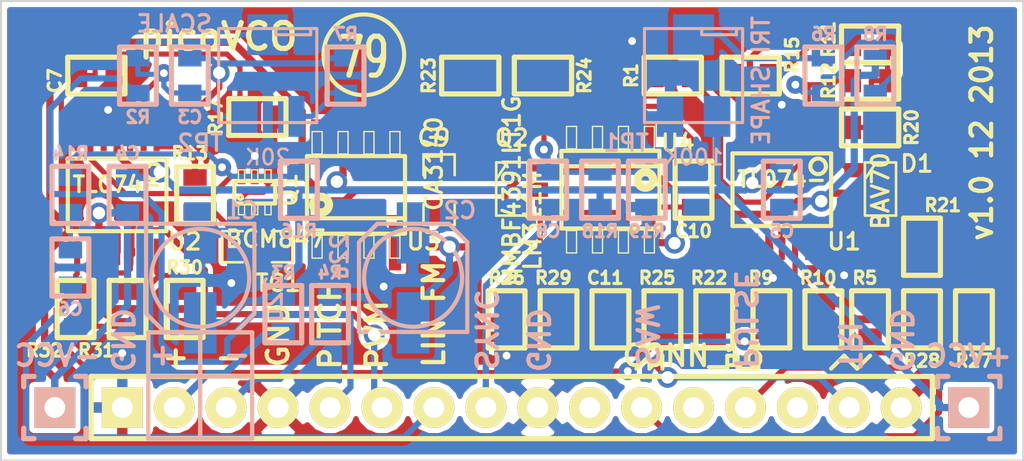
<source format=kicad_pcb>
(kicad_pcb (version 3) (host pcbnew "(2013-12-24 BZR 4575)-product")
  (layers (15 Front signal hide) (0 Back signal) (18 B.Paste user) (19 F.Paste user) (20 B.SilkS user) (21 F.SilkS user) (22 B.Mask user) (23 F.Mask user) (28 Edge.Cuts user))
  (net 0 "")
  (net 1 +15V)
  (net 2 +15V_PWR)
  (net 3 -15V)
  (net 4 -15V_PWR)
  (net 5 /RAMP)
  (net 6 /SCALE)
  (net 7 /TRI_SHAPE)
  (net 8 GND_PWR)
  (net 9 LINEAR_FM)
  (net 10 "Net-(C10-Pad1)")
  (net 11 "Net-(C10-Pad2)")
  (net 12 "Net-(C11-Pad1)")
  (net 13 "Net-(C3-Pad2)")
  (net 14 "Net-(C6-Pad1)")
  (net 15 "Net-(C7-Pad1)")
  (net 16 "Net-(C7-Pad2)")
  (net 17 "Net-(C8-Pad2)")
  (net 18 "Net-(C9-Pad1)")
  (net 19 "Net-(C9-Pad2)")
  (net 20 "Net-(D1-Pad1)")
  (net 21 "Net-(D1-Pad3)")
  (net 22 "Net-(JP1-Pad10)")
  (net 23 "Net-(JP1-Pad12)")
  (net 24 "Net-(JP1-Pad14)")
  (net 25 "Net-(Q1-Pad1)")
  (net 26 "Net-(Q1-Pad2)")
  (net 27 "Net-(R1-Pad2)")
  (net 28 "Net-(R10-Pad1)")
  (net 29 "Net-(R12-Pad2)")
  (net 30 "Net-(R30-Pad2)")
  (net 31 "Net-(R31-Pad2)")
  (net 32 "Net-(R7-Pad1)")
  (net 33 "Net-(U3-Pad1)")
  (net 34 "Net-(U3-Pad5)")
  (net 35 "Net-(U3-Pad8)")
  (net 36 "Net-(U4-Pad5)")
  (net 37 "Net-(U4-Pad6)")
  (net 38 PITCH_CV)
  (net 39 PULSE)
  (net 40 PULSE_1K)
  (net 41 PWM_CV)
  (net 42 PWM_SUM)
  (net 43 SAW)
  (net 44 SAW_1K)
  (net 45 SYNC)
  (net 46 TRI)
  (net 47 TRI_1K)
  (module 43A (layer Back) (at 134.874 120.65 180)
    (fp_text reference TP1 (at 3.302 -3.302 180) (layer B.SilkS) (effects (font (size 0.8128 0.8128) (thickness 0.1524)) (justify mirror)))
    (fp_text value 100K (at 0 -4.0005 180) (layer B.SilkS) (effects (font (size 0.762 0.762) (thickness 0.127)) (justify mirror)))
    (pad 2 smd rect (at 0 1.99898 180) (size 1.99898 1.99898) (layers Back B.Paste B.Mask) (net 7 /TRI_SHAPE))
    (pad 1 smd rect (at -1.15062 -1.99898 180) (size 1.30048 1.99898) (layers Back B.Paste B.Mask) (net 1 +15V))
    (pad 3 smd rect (at 1.15062 -1.99898 180) (size 1.30048 1.99898) (layers Back B.Paste B.Mask) (net 8 GND_PWR))
  )
  (module 43A (layer Back) (at 114.046 120.65 180)
    (fp_text reference TP2 (at 3.302 -3.302 180) (layer B.SilkS) (effects (font (size 0.8128 0.8128) (thickness 0.1524)) (justify mirror)))
    (fp_text value 20K (at 0 -4.0005 180) (layer B.SilkS) (effects (font (size 0.762 0.762) (thickness 0.127)) (justify mirror)))
    (pad 2 smd rect (at 0 1.99898 180) (size 1.99898 1.99898) (layers Back B.Paste B.Mask) (net 13 "Net-(C3-Pad2)"))
    (pad 1 smd rect (at -1.15062 -1.99898 180) (size 1.30048 1.99898) (layers Back B.Paste B.Mask) (net 32 "Net-(R7-Pad1)"))
    (pad 3 smd rect (at 1.15062 -1.99898 180) (size 1.30048 1.99898) (layers Back B.Paste B.Mask) (net 13 "Net-(C3-Pad2)"))
  )
  (module -SOT363_PHILIPS (layer Front) (at 113.411 126.365)
    (fp_text reference Q1 (at 1.651 -0.127 90) (layer F.SilkS) (effects (font (size 0.8128 0.8128) (thickness 0.1524))))
    (fp_text value BCM847 (at 1.016 2.286) (layer F.SilkS) (effects (font (size 0.8128 0.8128) (thickness 0.1524))))
    (pad 1 smd rect (at -0.6477 0.79756) (size 0.39878 0.79756) (layers Front F.Paste F.Mask) (net 25 "Net-(Q1-Pad1)"))
    (pad 2 smd rect (at 0 0.79756) (size 0.39878 0.79756) (layers Front F.Paste F.Mask) (net 26 "Net-(Q1-Pad2)"))
    (pad 3 smd rect (at 0.6477 0.79756) (size 0.39878 0.79756) (layers Front F.Paste F.Mask) (net 18 "Net-(C9-Pad1)"))
    (pad 4 smd rect (at 0.6477 -0.79756) (size 0.39878 0.79756) (layers Front F.Paste F.Mask) (net 25 "Net-(Q1-Pad1)"))
    (pad 5 smd rect (at 0 -0.79756) (size 0.39878 0.79756) (layers Front F.Paste F.Mask) (net 8 GND_PWR))
    (pad 6 smd rect (at -0.6477 -0.79756) (size 0.39878 0.79756) (layers Front F.Paste F.Mask) (net 15 "Net-(C7-Pad1)"))
  )
  (module SM0805-HAND (layer Front) (at 113.538 129.032 180)
    (fp_text reference TC1 (at -1.016 -1.778 360) (layer F.SilkS) (effects (font (size 0.8128 0.8128) (thickness 0.1524))))
    (fp_text value "1K 3300ppm/K" hide)
    (pad 1 smd rect (at -1.0795 0 180) (size 1.143 1.397) (layers Front F.Paste F.Mask) (net 8 GND_PWR))
    (pad 2 smd rect (at 1.0795 0 180) (size 1.143 1.397) (layers Front F.Paste F.Mask) (net 26 "Net-(Q1-Pad2)"))
  )
  (module SM0805-HAND (layer Front) (at 122.428 126.238 90)
    (fp_text reference C9 (at 2.54 -0.254 180) (layer F.SilkS) (effects (font (size 0.8128 0.8128) (thickness 0.1524))))
    (fp_text value "2.2n 1%" hide)
    (pad 1 smd rect (at -1.0795 0 90) (size 1.143 1.397) (layers Front F.Paste F.Mask) (net 18 "Net-(C9-Pad1)"))
    (pad 2 smd rect (at 1.0795 0 90) (size 1.143 1.397) (layers Front F.Paste F.Mask) (net 19 "Net-(C9-Pad2)"))
  )
  (module SOT23 (layer Front) (at 125.984 126.238 270)
    (fp_text reference Q2 (at -2.54 0 360) (layer F.SilkS) (effects (font (size 0.8128 0.8128) (thickness 0.1524))))
    (fp_text value MMBF4391LT1G (at 0.0635 0 270) (layer F.SilkS) (effects (font (size 0.8128 0.8128) (thickness 0.1524))))
    (pad 3 smd rect (at 0 -1.27 270) (size 0.70104 1.00076) (layers Front F.Paste F.Mask) (net 11 "Net-(C10-Pad2)"))
    (pad 2 smd rect (at 0.9525 1.27 270) (size 0.70104 1.00076) (layers Front F.Paste F.Mask) (net 18 "Net-(C9-Pad1)"))
    (pad 1 smd rect (at -0.9525 1.27 270) (size 0.70104 1.00076) (layers Front F.Paste F.Mask) (net 19 "Net-(C9-Pad2)"))
  )
  (module SOT23 (layer Front) (at 144.018 126.238 270)
    (fp_text reference D1 (at -1.27 -1.778 360) (layer F.SilkS) (effects (font (size 0.8128 0.8128) (thickness 0.1524))))
    (fp_text value BAV70 (at 0.0635 0 270) (layer F.SilkS) (effects (font (size 0.8128 0.8128) (thickness 0.1524))))
    (pad 3 smd rect (at 0 -1.27 270) (size 0.70104 1.00076) (layers Front F.Paste F.Mask) (net 21 "Net-(D1-Pad3)"))
    (pad 2 smd rect (at 0.9525 1.27 270) (size 0.70104 1.00076) (layers Front F.Paste F.Mask) (net 43 SAW))
    (pad 1 smd rect (at -0.9525 1.27 270) (size 0.70104 1.00076) (layers Front F.Paste F.Mask) (net 20 "Net-(D1-Pad1)"))
  )
  (module rcl-153CLV-0505 (layer Back) (at 121.158 130.556 90)
    (fp_text reference C2 (at 3.302 2.286 180) (layer B.SilkS) (effects (font (size 0.8128 0.8128) (thickness 0.1524)) (justify mirror)))
    (fp_text value 22u (at 1.03378 -3.59918 90) (layer B.SilkS) (effects (font (size 0.8128 0.8128) (thickness 0.1524)) (justify mirror)))
    (pad 1 smd rect (at 2.19964 0 90) (size 2.99974 1.59766) (layers Back B.Paste B.Mask) (net 8 GND_PWR))
    (pad 2 smd rect (at -2.19964 0 90) (size 2.99974 1.59766) (layers Back B.Paste B.Mask) (net 3 -15V))
  )
  (module rcl-153CLV-0505 (layer Back) (at 110.744 130.556 270)
    (fp_text reference C1 (at -3.302 -2.032 360) (layer B.SilkS) (effects (font (size 0.8128 0.8128) (thickness 0.1524)) (justify mirror)))
    (fp_text value 22u (at 1.03378 -3.59918 270) (layer B.SilkS) (effects (font (size 0.8128 0.8128) (thickness 0.1524)) (justify mirror)))
    (pad 1 smd rect (at 2.19964 0 270) (size 2.99974 1.59766) (layers Back B.Paste B.Mask) (net 1 +15V))
    (pad 2 smd rect (at -2.19964 0 270) (size 2.99974 1.59766) (layers Back B.Paste B.Mask) (net 8 GND_PWR))
  )
  (module SIL-1 (layer Back) (at 103.632 136.906)
    (fp_text reference JP3 hide)
    (fp_text value CONN_1 hide)
    (pad 1 thru_hole rect (at 0 0) (size 1.99898 1.99898) (drill 1.016) (layers *.Cu *.Mask B.SilkS) (net 3 -15V))
  )
  (module SIL-1 (layer Back) (at 148.336 136.906)
    (fp_text reference JP2 hide)
    (fp_text value CONN_1 hide)
    (pad 1 thru_hole rect (at 0 0) (size 1.99898 1.99898) (drill 1.016) (layers *.Cu *.Mask B.SilkS) (net 1 +15V))
  )
  (module SIL-16 (layer Front) (at 125.984 136.906)
    (fp_text reference JP1 hide)
    (fp_text value CONN_16 (at 8.89 -2.54) (layer F.SilkS) (effects (font (size 1.016 1.016) (thickness 0.1905))))
    (pad 1 thru_hole rect (at -19.05 0) (size 1.99898 1.99898) (drill 1.016) (layers *.Cu *.Mask F.SilkS) (net 8 GND_PWR))
    (pad 2 thru_hole circle (at -16.51 0) (size 1.99898 1.99898) (drill 1.016) (layers *.Cu *.Mask F.SilkS) (net 2 +15V_PWR))
    (pad 3 thru_hole circle (at -13.97 0) (size 1.99898 1.99898) (drill 1.016) (layers *.Cu *.Mask F.SilkS) (net 4 -15V_PWR))
    (pad 4 thru_hole circle (at -11.43 0) (size 1.99898 1.99898) (drill 1.016) (layers *.Cu *.Mask F.SilkS) (net 8 GND_PWR))
    (pad 5 thru_hole circle (at -8.89 0) (size 1.99898 1.99898) (drill 1.016) (layers *.Cu *.Mask F.SilkS) (net 38 PITCH_CV))
    (pad 6 thru_hole circle (at -6.35 0) (size 1.99898 1.99898) (drill 1.016) (layers *.Cu *.Mask F.SilkS) (net 41 PWM_CV))
    (pad 7 thru_hole circle (at -3.81 0) (size 1.99898 1.99898) (drill 1.016) (layers *.Cu *.Mask F.SilkS) (net 9 LINEAR_FM))
    (pad 8 thru_hole circle (at -1.27 0) (size 1.99898 1.99898) (drill 1.016) (layers *.Cu *.Mask F.SilkS) (net 45 SYNC))
    (pad 9 thru_hole circle (at 1.27 0) (size 1.99898 1.99898) (drill 1.016) (layers *.Cu *.Mask F.SilkS) (net 8 GND_PWR))
    (pad 10 thru_hole circle (at 3.81 0) (size 1.99898 1.99898) (drill 1.016) (layers *.Cu *.Mask F.SilkS) (net 22 "Net-(JP1-Pad10)"))
    (pad 11 thru_hole circle (at 6.35 0) (size 1.99898 1.99898) (drill 1.016) (layers *.Cu *.Mask F.SilkS) (net 44 SAW_1K))
    (pad 12 thru_hole circle (at 8.89 0) (size 1.99898 1.99898) (drill 1.016) (layers *.Cu *.Mask F.SilkS) (net 23 "Net-(JP1-Pad12)"))
    (pad 13 thru_hole circle (at 11.43 0) (size 1.99898 1.99898) (drill 1.016) (layers *.Cu *.Mask F.SilkS) (net 40 PULSE_1K))
    (pad 14 thru_hole circle (at 13.97 0) (size 1.99898 1.99898) (drill 1.016) (layers *.Cu *.Mask F.SilkS) (net 24 "Net-(JP1-Pad14)"))
    (pad 15 thru_hole circle (at 16.51 0) (size 1.99898 1.99898) (drill 1.016) (layers *.Cu *.Mask F.SilkS) (net 47 TRI_1K))
    (pad 16 thru_hole circle (at 19.05 0) (size 1.99898 1.99898) (drill 1.016) (layers *.Cu *.Mask F.SilkS) (net 8 GND_PWR))
  )
  (module TSSOP14 (layer Front) (at 139.192 126.238 180)
    (fp_text reference U1 (at -3.048 -2.54 180) (layer F.SilkS) (effects (font (size 0.8128 0.8128) (thickness 0.1524))))
    (fp_text value TL074- (at 0 0.508 180) (layer F.SilkS) (effects (font (size 0.762 0.762) (thickness 0.16002))))
    (pad 1 smd rect (at -1.9304 2.794 180) (size 0.29972 1.30048) (layers Front F.Paste F.Mask) (net 20 "Net-(D1-Pad1)"))
    (pad 2 smd rect (at -1.2954 2.794 180) (size 0.29972 1.30048) (layers Front F.Paste F.Mask) (net 27 "Net-(R1-Pad2)"))
    (pad 3 smd rect (at -0.635 2.794 180) (size 0.29972 1.30048) (layers Front F.Paste F.Mask) (net 8 GND_PWR))
    (pad 4 smd rect (at 0 2.794 180) (size 0.29972 1.30048) (layers Front F.Paste F.Mask) (net 1 +15V))
    (pad 5 smd rect (at 0.6604 2.794 180) (size 0.29972 1.30048) (layers Front F.Paste F.Mask) (net 8 GND_PWR))
    (pad 6 smd rect (at 1.3081 2.794 180) (size 0.29972 1.30048) (layers Front F.Paste F.Mask) (net 29 "Net-(R12-Pad2)"))
    (pad 7 smd rect (at 1.9558 2.794 180) (size 0.29972 1.30048) (layers Front F.Paste F.Mask) (net 43 SAW))
    (pad 8 smd rect (at 1.9558 -2.794 180) (size 0.29972 1.30048) (layers Front F.Paste F.Mask) (net 46 TRI))
    (pad 9 smd rect (at 1.3081 -2.794 180) (size 0.29972 1.30048) (layers Front F.Paste F.Mask) (net 12 "Net-(C11-Pad1)"))
    (pad 10 smd rect (at 0.6604 -2.794 180) (size 0.29972 1.30048) (layers Front F.Paste F.Mask) (net 8 GND_PWR))
    (pad 11 smd rect (at 0 -2.794 180) (size 0.29972 1.30048) (layers Front F.Paste F.Mask) (net 3 -15V))
    (pad 12 smd rect (at -0.6477 -2.794 180) (size 0.29972 1.30048) (layers Front F.Paste F.Mask) (net 28 "Net-(R10-Pad1)"))
    (pad 13 smd rect (at -1.2954 -2.794 180) (size 0.29972 1.30048) (layers Front F.Paste F.Mask) (net 43 SAW))
    (pad 14 smd rect (at -1.9431 -2.794 180) (size 0.29972 1.30048) (layers Front F.Paste F.Mask) (net 39 PULSE))
  )
  (module TSSOP14 (layer Front) (at 106.68 126.492 180)
    (fp_text reference U2 (at -3.302 -2.286 180) (layer F.SilkS) (effects (font (size 0.8128 0.8128) (thickness 0.1524))))
    (fp_text value TL074- (at 0 0.508 180) (layer F.SilkS) (effects (font (size 0.762 0.762) (thickness 0.16002))))
    (pad 1 smd rect (at -1.9304 2.794 180) (size 0.29972 1.30048) (layers Front F.Paste F.Mask) (net 6 /SCALE))
    (pad 2 smd rect (at -1.2954 2.794 180) (size 0.29972 1.30048) (layers Front F.Paste F.Mask) (net 13 "Net-(C3-Pad2)"))
    (pad 3 smd rect (at -0.635 2.794 180) (size 0.29972 1.30048) (layers Front F.Paste F.Mask) (net 8 GND_PWR))
    (pad 4 smd rect (at 0 2.794 180) (size 0.29972 1.30048) (layers Front F.Paste F.Mask) (net 1 +15V))
    (pad 5 smd rect (at 0.6604 2.794 180) (size 0.29972 1.30048) (layers Front F.Paste F.Mask) (net 8 GND_PWR))
    (pad 6 smd rect (at 1.3081 2.794 180) (size 0.29972 1.30048) (layers Front F.Paste F.Mask) (net 15 "Net-(C7-Pad1)"))
    (pad 7 smd rect (at 1.9558 2.794 180) (size 0.29972 1.30048) (layers Front F.Paste F.Mask) (net 16 "Net-(C7-Pad2)"))
    (pad 8 smd rect (at 1.9558 -2.794 180) (size 0.29972 1.30048) (layers Front F.Paste F.Mask) (net 42 PWM_SUM))
    (pad 9 smd rect (at 1.3081 -2.794 180) (size 0.29972 1.30048) (layers Front F.Paste F.Mask) (net 31 "Net-(R31-Pad2)"))
    (pad 10 smd rect (at 0.6604 -2.794 180) (size 0.29972 1.30048) (layers Front F.Paste F.Mask) (net 8 GND_PWR))
    (pad 11 smd rect (at 0 -2.794 180) (size 0.29972 1.30048) (layers Front F.Paste F.Mask) (net 3 -15V))
    (pad 12 smd rect (at -0.6477 -2.794 180) (size 0.29972 1.30048) (layers Front F.Paste F.Mask) (net 8 GND_PWR))
    (pad 13 smd rect (at -1.2954 -2.794 180) (size 0.29972 1.30048) (layers Front F.Paste F.Mask) (net 41 PWM_CV))
    (pad 14 smd rect (at -1.9431 -2.794 180) (size 0.29972 1.30048) (layers Front F.Paste F.Mask) (net 30 "Net-(R30-Pad2)"))
  )
  (module SOIC-8-JRL (layer Front) (at 130.81 126.238 180)
    (fp_text reference U4 (at -3.302 2.286 360) (layer F.SilkS) (effects (font (size 0.8128 0.8128) (thickness 0.1524))))
    (fp_text value LM311M (at 3.81 -1.524 270) (layer F.SilkS) (effects (font (size 0.8128 0.8128) (thickness 0.1524))))
    (pad 1 smd rect (at -1.905 2.59842 180) (size 0.59944 2.19964) (layers Front F.Paste F.Mask) (net 3 -15V))
    (pad 2 smd rect (at -0.635 2.59842 180) (size 0.59944 2.19964) (layers Front F.Paste F.Mask) (net 10 "Net-(C10-Pad1)"))
    (pad 3 smd rect (at 0.635 2.59842 180) (size 0.59944 2.19964) (layers Front F.Paste F.Mask) (net 17 "Net-(C8-Pad2)"))
    (pad 4 smd rect (at 1.905 2.59842 180) (size 0.59944 2.19964) (layers Front F.Paste F.Mask) (net 3 -15V))
    (pad 5 smd rect (at 1.905 -2.59842 180) (size 0.59944 2.19964) (layers Front F.Paste F.Mask) (net 36 "Net-(U4-Pad5)"))
    (pad 6 smd rect (at 0.635 -2.59842 180) (size 0.59944 2.19964) (layers Front F.Paste F.Mask) (net 37 "Net-(U4-Pad6)"))
    (pad 7 smd rect (at -0.635 -2.59842 180) (size 0.59944 2.19964) (layers Front F.Paste F.Mask) (net 11 "Net-(C10-Pad2)"))
    (pad 8 smd rect (at -1.905 -2.59842 180) (size 0.59944 2.19964) (layers Front F.Paste F.Mask) (net 1 +15V))
  )
  (module SOIC-8-JRL (layer Front) (at 118.364 126.492)
    (fp_text reference U3 (at 3.302 2.286) (layer F.SilkS) (effects (font (size 0.8128 0.8128) (thickness 0.1524))))
    (fp_text value CA3140 (at 3.81 -1.524 90) (layer F.SilkS) (effects (font (size 0.8128 0.8128) (thickness 0.1524))))
    (pad 1 smd rect (at -1.905 2.59842) (size 0.59944 2.19964) (layers Front F.Paste F.Mask) (net 33 "Net-(U3-Pad1)"))
    (pad 2 smd rect (at -0.635 2.59842) (size 0.59944 2.19964) (layers Front F.Paste F.Mask) (net 18 "Net-(C9-Pad1)"))
    (pad 3 smd rect (at 0.635 2.59842) (size 0.59944 2.19964) (layers Front F.Paste F.Mask) (net 8 GND_PWR))
    (pad 4 smd rect (at 1.905 2.59842) (size 0.59944 2.19964) (layers Front F.Paste F.Mask) (net 3 -15V))
    (pad 5 smd rect (at 1.905 -2.59842) (size 0.59944 2.19964) (layers Front F.Paste F.Mask) (net 34 "Net-(U3-Pad5)"))
    (pad 6 smd rect (at 0.635 -2.59842) (size 0.59944 2.19964) (layers Front F.Paste F.Mask) (net 5 /RAMP))
    (pad 7 smd rect (at -0.635 -2.59842) (size 0.59944 2.19964) (layers Front F.Paste F.Mask) (net 1 +15V))
    (pad 8 smd rect (at -1.905 -2.59842) (size 0.59944 2.19964) (layers Front F.Paste F.Mask) (net 35 "Net-(U3-Pad8)"))
  )
  (module SM0603-JRL (layer Front) (at 128.27 132.588 90)
    (fp_text reference R29 (at 2.032 -0.254 180) (layer F.SilkS) (effects (font (size 0.6096 0.6096) (thickness 0.1524))))
    (fp_text value 1K hide)
    (pad 1 smd rect (at -0.8509 0 90) (size 0.8128 1.143) (layers Front F.Paste F.Mask) (net 47 TRI_1K))
    (pad 2 smd rect (at 0.8509 0 90) (size 0.8128 1.143) (layers Front F.Paste F.Mask) (net 46 TRI))
  )
  (module SM0603-JRL (layer Front) (at 146.05 132.588 90)
    (fp_text reference R28 (at -2.032 0 180) (layer F.SilkS) (effects (font (size 0.6096 0.6096) (thickness 0.1524))))
    (fp_text value 1K hide)
    (pad 1 smd rect (at -0.8509 0 90) (size 0.8128 1.143) (layers Front F.Paste F.Mask) (net 40 PULSE_1K))
    (pad 2 smd rect (at 0.8509 0 90) (size 0.8128 1.143) (layers Front F.Paste F.Mask) (net 39 PULSE))
  )
  (module SM0603-JRL (layer Front) (at 148.59 132.588 90)
    (fp_text reference R27 (at -2.032 0 180) (layer F.SilkS) (effects (font (size 0.6096 0.6096) (thickness 0.1524))))
    (fp_text value 1K hide)
    (pad 1 smd rect (at -0.8509 0 90) (size 0.8128 1.143) (layers Front F.Paste F.Mask) (net 44 SAW_1K))
    (pad 2 smd rect (at 0.8509 0 90) (size 0.8128 1.143) (layers Front F.Paste F.Mask) (net 43 SAW))
  )
  (module SM0603-JRL (layer Front) (at 125.73 132.588 90)
    (fp_text reference R26 (at 2.032 0 180) (layer F.SilkS) (effects (font (size 0.6096 0.6096) (thickness 0.1524))))
    (fp_text value 3.3K hide)
    (pad 1 smd rect (at -0.8509 0 90) (size 0.8128 1.143) (layers Front F.Paste F.Mask) (net 8 GND_PWR))
    (pad 2 smd rect (at 0.8509 0 90) (size 0.8128 1.143) (layers Front F.Paste F.Mask) (net 11 "Net-(C10-Pad2)"))
  )
  (module SM0603-JRL (layer Front) (at 133.35 132.588 90)
    (fp_text reference R25 (at 2.032 -0.254 180) (layer F.SilkS) (effects (font (size 0.6096 0.6096) (thickness 0.1524))))
    (fp_text value 33K hide)
    (pad 1 smd rect (at -0.8509 0 90) (size 0.8128 1.143) (layers Front F.Paste F.Mask) (net 12 "Net-(C11-Pad1)"))
    (pad 2 smd rect (at 0.8509 0 90) (size 0.8128 1.143) (layers Front F.Paste F.Mask) (net 46 TRI))
  )
  (module SM0603-JRL (layer Front) (at 127.508 120.65 180)
    (fp_text reference R24 (at -2.032 0 270) (layer F.SilkS) (effects (font (size 0.6096 0.6096) (thickness 0.1524))))
    (fp_text value 15K hide)
    (pad 1 smd rect (at -0.8509 0 180) (size 0.8128 1.143) (layers Front F.Paste F.Mask) (net 10 "Net-(C10-Pad1)"))
    (pad 2 smd rect (at 0.8509 0 180) (size 0.8128 1.143) (layers Front F.Paste F.Mask) (net 5 /RAMP))
  )
  (module SM0603-JRL (layer Front) (at 123.952 120.65)
    (fp_text reference R23 (at -2.032 0 90) (layer F.SilkS) (effects (font (size 0.6096 0.6096) (thickness 0.1524))))
    (fp_text value 680 hide)
    (pad 1 smd rect (at -0.8509 0) (size 0.8128 1.143) (layers Front F.Paste F.Mask) (net 19 "Net-(C9-Pad2)"))
    (pad 2 smd rect (at 0.8509 0) (size 0.8128 1.143) (layers Front F.Paste F.Mask) (net 5 /RAMP))
  )
  (module SM0603-JRL (layer Front) (at 135.89 132.588 270)
    (fp_text reference R22 (at -2.032 0.254 360) (layer F.SilkS) (effects (font (size 0.6096 0.6096) (thickness 0.1524))))
    (fp_text value 56K hide)
    (pad 1 smd rect (at -0.8509 0 270) (size 0.8128 1.143) (layers Front F.Paste F.Mask) (net 3 -15V))
    (pad 2 smd rect (at 0.8509 0 270) (size 0.8128 1.143) (layers Front F.Paste F.Mask) (net 12 "Net-(C11-Pad1)"))
  )
  (module SM0603-JRL (layer Front) (at 146.05 129.032 270)
    (fp_text reference R21 (at -2.032 -1.016 360) (layer F.SilkS) (effects (font (size 0.6096 0.6096) (thickness 0.1524))))
    (fp_text value 15K hide)
    (pad 1 smd rect (at -0.8509 0 270) (size 0.8128 1.143) (layers Front F.Paste F.Mask) (net 21 "Net-(D1-Pad3)"))
    (pad 2 smd rect (at 0.8509 0 270) (size 0.8128 1.143) (layers Front F.Paste F.Mask) (net 12 "Net-(C11-Pad1)"))
  )
  (module SM0603-JRL (layer Front) (at 143.51 123.19 180)
    (fp_text reference R20 (at -2.032 0 450) (layer F.SilkS) (effects (font (size 0.6096 0.6096) (thickness 0.1524))))
    (fp_text value 15K hide)
    (pad 1 smd rect (at -0.8509 0 180) (size 0.8128 1.143) (layers Front F.Paste F.Mask) (net 3 -15V))
    (pad 2 smd rect (at 0.8509 0 180) (size 0.8128 1.143) (layers Front F.Paste F.Mask) (net 21 "Net-(D1-Pad3)"))
  )
  (module SM0603-JRL (layer Back) (at 132.588 126.238 90)
    (fp_text reference R19 (at -2.032 0 180) (layer B.SilkS) (effects (font (size 0.6096 0.6096) (thickness 0.1524)) (justify mirror)))
    (fp_text value 10K hide)
    (pad 1 smd rect (at -0.8509 0 90) (size 0.8128 1.143) (layers Back B.Paste B.Mask) (net 8 GND_PWR))
    (pad 2 smd rect (at 0.8509 0 90) (size 0.8128 1.143) (layers Back B.Paste B.Mask) (net 17 "Net-(C8-Pad2)"))
  )
  (module SM0603-JRL (layer Back) (at 130.302 126.238 270)
    (fp_text reference R18 (at 2.032 0 360) (layer B.SilkS) (effects (font (size 0.6096 0.6096) (thickness 0.1524)) (justify mirror)))
    (fp_text value 20K hide)
    (pad 1 smd rect (at -0.8509 0 270) (size 0.8128 1.143) (layers Back B.Paste B.Mask) (net 17 "Net-(C8-Pad2)"))
    (pad 2 smd rect (at 0.8509 0 270) (size 0.8128 1.143) (layers Back B.Paste B.Mask) (net 1 +15V))
  )
  (module SM0603-JRL (layer Front) (at 113.538 122.682)
    (fp_text reference R17 (at -2.032 0 90) (layer F.SilkS) (effects (font (size 0.6096 0.6096) (thickness 0.1524))))
    (fp_text value 10K hide)
    (pad 1 smd rect (at -0.8509 0) (size 0.8128 1.143) (layers Front F.Paste F.Mask) (net 16 "Net-(C7-Pad2)"))
    (pad 2 smd rect (at 0.8509 0) (size 0.8128 1.143) (layers Front F.Paste F.Mask) (net 25 "Net-(Q1-Pad1)"))
  )
  (module SM0603-JRL (layer Back) (at 115.57 126.238 270)
    (fp_text reference R16 (at 2.032 0 360) (layer B.SilkS) (effects (font (size 0.6096 0.6096) (thickness 0.1524)) (justify mirror)))
    (fp_text value 1.5M hide)
    (pad 1 smd rect (at -0.8509 0 270) (size 0.8128 1.143) (layers Back B.Paste B.Mask) (net 15 "Net-(C7-Pad1)"))
    (pad 2 smd rect (at 0.8509 0 270) (size 0.8128 1.143) (layers Back B.Paste B.Mask) (net 1 +15V))
  )
  (module SM0603-JRL (layer Front) (at 137.668 120.65 180)
    (fp_text reference R15 (at -2.032 1.016 270) (layer F.SilkS) (effects (font (size 0.6096 0.6096) (thickness 0.1524))))
    (fp_text value 56K hide)
    (pad 1 smd rect (at -0.8509 0 180) (size 0.8128 1.143) (layers Front F.Paste F.Mask) (net 29 "Net-(R12-Pad2)"))
    (pad 2 smd rect (at 0.8509 0 180) (size 0.8128 1.143) (layers Front F.Paste F.Mask) (net 43 SAW))
  )
  (module SM0603-JRL (layer Back) (at 104.394 126.492 90)
    (fp_text reference R14 (at 2.032 0 180) (layer B.SilkS) (effects (font (size 0.6096 0.6096) (thickness 0.1524)) (justify mirror)))
    (fp_text value 1M hide)
    (pad 1 smd rect (at -0.8509 0 90) (size 0.8128 1.143) (layers Back B.Paste B.Mask) (net 14 "Net-(C6-Pad1)"))
    (pad 2 smd rect (at 0.8509 0 90) (size 0.8128 1.143) (layers Back B.Paste B.Mask) (net 15 "Net-(C7-Pad1)"))
  )
  (module SM0603-JRL (layer Front) (at 110.49 126.492 270)
    (fp_text reference R13 (at -2.032 0.254 360) (layer F.SilkS) (effects (font (size 0.6096 0.6096) (thickness 0.1524))))
    (fp_text value 56K hide)
    (pad 1 smd rect (at -0.8509 0 270) (size 0.8128 1.143) (layers Front F.Paste F.Mask) (net 6 /SCALE))
    (pad 2 smd rect (at 0.8509 0 270) (size 0.8128 1.143) (layers Front F.Paste F.Mask) (net 26 "Net-(Q1-Pad2)"))
  )
  (module SM0603-JRL (layer Front) (at 143.51 119.126 180)
    (fp_text reference R12 (at 2.032 -1.778 270) (layer F.SilkS) (effects (font (size 0.6096 0.6096) (thickness 0.1524))))
    (fp_text value 56K hide)
    (pad 1 smd rect (at -0.8509 0 180) (size 0.8128 1.143) (layers Front F.Paste F.Mask) (net 20 "Net-(D1-Pad1)"))
    (pad 2 smd rect (at 0.8509 0 180) (size 0.8128 1.143) (layers Front F.Paste F.Mask) (net 29 "Net-(R12-Pad2)"))
  )
  (module SM0603-JRL (layer Front) (at 143.51 120.904)
    (fp_text reference R11 (at -2.032 -2.032 90) (layer F.SilkS) (effects (font (size 0.6096 0.6096) (thickness 0.1524))))
    (fp_text value 39K hide)
    (pad 1 smd rect (at -0.8509 0) (size 0.8128 1.143) (layers Front F.Paste F.Mask) (net 27 "Net-(R1-Pad2)"))
    (pad 2 smd rect (at 0.8509 0) (size 0.8128 1.143) (layers Front F.Paste F.Mask) (net 20 "Net-(D1-Pad1)"))
  )
  (module SM0603-JRL (layer Front) (at 141.224 132.588 90)
    (fp_text reference R10 (at 2.032 -0.254 180) (layer F.SilkS) (effects (font (size 0.6096 0.6096) (thickness 0.1524))))
    (fp_text value 56K hide)
    (pad 1 smd rect (at -0.8509 0 90) (size 0.8128 1.143) (layers Front F.Paste F.Mask) (net 28 "Net-(R10-Pad1)"))
    (pad 2 smd rect (at 0.8509 0 90) (size 0.8128 1.143) (layers Front F.Paste F.Mask) (net 8 GND_PWR))
  )
  (module SM0603-JRL (layer Front) (at 138.684 132.588 270)
    (fp_text reference R9 (at -2.032 0.508 360) (layer F.SilkS) (effects (font (size 0.6096 0.6096) (thickness 0.1524))))
    (fp_text value 10K hide)
    (pad 1 smd rect (at -0.8509 0 270) (size 0.8128 1.143) (layers Front F.Paste F.Mask) (net 28 "Net-(R10-Pad1)"))
    (pad 2 smd rect (at 0.8509 0 270) (size 0.8128 1.143) (layers Front F.Paste F.Mask) (net 42 PWM_SUM))
  )
  (module SM0603-JRL (layer Back) (at 143.764 120.65 270)
    (fp_text reference R8 (at -2.032 0 360) (layer B.SilkS) (effects (font (size 0.6096 0.6096) (thickness 0.1524)) (justify mirror)))
    (fp_text value 56K hide)
    (pad 1 smd rect (at -0.8509 0 270) (size 0.8128 1.143) (layers Back B.Paste B.Mask) (net 3 -15V))
    (pad 2 smd rect (at 0.8509 0 270) (size 0.8128 1.143) (layers Back B.Paste B.Mask) (net 27 "Net-(R1-Pad2)"))
  )
  (module SM0603-JRL (layer Back) (at 117.856 120.65 90)
    (fp_text reference R7 (at 2.032 0 180) (layer B.SilkS) (effects (font (size 0.6096 0.6096) (thickness 0.1524)) (justify mirror)))
    (fp_text value 91K hide)
    (pad 1 smd rect (at -0.8509 0 90) (size 0.8128 1.143) (layers Back B.Paste B.Mask) (net 32 "Net-(R7-Pad1)"))
    (pad 2 smd rect (at 0.8509 0 90) (size 0.8128 1.143) (layers Back B.Paste B.Mask) (net 6 /SCALE))
  )
  (module SM0603-JRL (layer Back) (at 141.224 120.65 270)
    (fp_text reference R6 (at -2.032 0 360) (layer B.SilkS) (effects (font (size 0.6096 0.6096) (thickness 0.1524)) (justify mirror)))
    (fp_text value 1M hide)
    (pad 1 smd rect (at -0.8509 0 270) (size 0.8128 1.143) (layers Back B.Paste B.Mask) (net 7 /TRI_SHAPE))
    (pad 2 smd rect (at 0.8509 0 270) (size 0.8128 1.143) (layers Back B.Paste B.Mask) (net 27 "Net-(R1-Pad2)"))
  )
  (module SM0603-JRL (layer Front) (at 143.51 132.588 270)
    (fp_text reference R5 (at -2.032 0.254 360) (layer F.SilkS) (effects (font (size 0.6096 0.6096) (thickness 0.1524))))
    (fp_text value 1M hide)
    (pad 1 smd rect (at -0.8509 0 270) (size 0.8128 1.143) (layers Front F.Paste F.Mask) (net 39 PULSE))
    (pad 2 smd rect (at 0.8509 0 270) (size 0.8128 1.143) (layers Front F.Paste F.Mask) (net 28 "Net-(R10-Pad1)"))
  )
  (module SM0603-JRL (layer Back) (at 117.094 132.334 90)
    (fp_text reference R4 (at 2.032 0 180) (layer B.SilkS) (effects (font (size 0.6096 0.6096) (thickness 0.1524)) (justify mirror)))
    (fp_text value 10 hide)
    (pad 1 smd rect (at -0.8509 0 90) (size 0.8128 1.143) (layers Back B.Paste B.Mask) (net 4 -15V_PWR))
    (pad 2 smd rect (at 0.8509 0 90) (size 0.8128 1.143) (layers Back B.Paste B.Mask) (net 3 -15V))
  )
  (module SM0603-JRL (layer Back) (at 114.808 132.334 90)
    (fp_text reference R3 (at 2.032 0 180) (layer B.SilkS) (effects (font (size 0.6096 0.6096) (thickness 0.1524)) (justify mirror)))
    (fp_text value 10 hide)
    (pad 1 smd rect (at -0.8509 0 90) (size 0.8128 1.143) (layers Back B.Paste B.Mask) (net 2 +15V_PWR))
    (pad 2 smd rect (at 0.8509 0 90) (size 0.8128 1.143) (layers Back B.Paste B.Mask) (net 1 +15V))
  )
  (module SM0603-JRL (layer Back) (at 107.696 120.65 90)
    (fp_text reference R2 (at -2.032 0 180) (layer B.SilkS) (effects (font (size 0.6096 0.6096) (thickness 0.1524)) (justify mirror)))
    (fp_text value 100K hide)
    (pad 1 smd rect (at -0.8509 0 90) (size 0.8128 1.143) (layers Back B.Paste B.Mask) (net 38 PITCH_CV))
    (pad 2 smd rect (at 0.8509 0 90) (size 0.8128 1.143) (layers Back B.Paste B.Mask) (net 13 "Net-(C3-Pad2)"))
  )
  (module SM0603-JRL (layer Front) (at 133.858 120.65)
    (fp_text reference R1 (at -2.032 0 90) (layer F.SilkS) (effects (font (size 0.6096 0.6096) (thickness 0.1524))))
    (fp_text value 10K hide)
    (pad 1 smd rect (at -0.8509 0) (size 0.8128 1.143) (layers Front F.Paste F.Mask) (net 5 /RAMP))
    (pad 2 smd rect (at 0.8509 0) (size 0.8128 1.143) (layers Front F.Paste F.Mask) (net 27 "Net-(R1-Pad2)"))
  )
  (module SM0603-JRL (layer Front) (at 130.81 132.588 90)
    (fp_text reference C11 (at 2.032 -0.254 180) (layer F.SilkS) (effects (font (size 0.6096 0.6096) (thickness 0.1524))))
    (fp_text value 100p hide)
    (pad 1 smd rect (at -0.8509 0 90) (size 0.8128 1.143) (layers Front F.Paste F.Mask) (net 12 "Net-(C11-Pad1)"))
    (pad 2 smd rect (at 0.8509 0 90) (size 0.8128 1.143) (layers Front F.Paste F.Mask) (net 46 TRI))
  )
  (module SM0603-JRL (layer Front) (at 134.874 126.238 270)
    (fp_text reference C10 (at 2.032 0 360) (layer F.SilkS) (effects (font (size 0.6096 0.6096) (thickness 0.1524))))
    (fp_text value 18p hide)
    (pad 1 smd rect (at -0.8509 0 270) (size 0.8128 1.143) (layers Front F.Paste F.Mask) (net 10 "Net-(C10-Pad1)"))
    (pad 2 smd rect (at 0.8509 0 270) (size 0.8128 1.143) (layers Front F.Paste F.Mask) (net 11 "Net-(C10-Pad2)"))
  )
  (module SM0603-JRL (layer Back) (at 127.762 126.238 90)
    (fp_text reference C8 (at -2.032 0 180) (layer B.SilkS) (effects (font (size 0.6096 0.6096) (thickness 0.1524)) (justify mirror)))
    (fp_text value 100p hide)
    (pad 1 smd rect (at -0.8509 0 90) (size 0.8128 1.143) (layers Back B.Paste B.Mask) (net 45 SYNC))
    (pad 2 smd rect (at 0.8509 0 90) (size 0.8128 1.143) (layers Back B.Paste B.Mask) (net 17 "Net-(C8-Pad2)"))
  )
  (module SM0603-JRL (layer Front) (at 105.664 120.65 180)
    (fp_text reference C7 (at 2.032 -0.254 270) (layer F.SilkS) (effects (font (size 0.6096 0.6096) (thickness 0.1524))))
    (fp_text value 100p hide)
    (pad 1 smd rect (at -0.8509 0 180) (size 0.8128 1.143) (layers Front F.Paste F.Mask) (net 15 "Net-(C7-Pad1)"))
    (pad 2 smd rect (at 0.8509 0 180) (size 0.8128 1.143) (layers Front F.Paste F.Mask) (net 16 "Net-(C7-Pad2)"))
  )
  (module SM0603-JRL (layer Back) (at 104.394 130.048 270)
    (fp_text reference C6 (at 2.032 0 360) (layer B.SilkS) (effects (font (size 0.6096 0.6096) (thickness 0.1524)) (justify mirror)))
    (fp_text value 2.2n hide)
    (pad 1 smd rect (at -0.8509 0 270) (size 0.8128 1.143) (layers Back B.Paste B.Mask) (net 14 "Net-(C6-Pad1)"))
    (pad 2 smd rect (at 0.8509 0 270) (size 0.8128 1.143) (layers Back B.Paste B.Mask) (net 9 LINEAR_FM))
  )
  (module SM0603-JRL (layer Back) (at 139.192 126.238 270)
    (fp_text reference C5 (at 2.032 0 360) (layer B.SilkS) (effects (font (size 0.6096 0.6096) (thickness 0.1524)) (justify mirror)))
    (fp_text value 100n hide)
    (pad 1 smd rect (at -0.8509 0 270) (size 0.8128 1.143) (layers Back B.Paste B.Mask) (net 1 +15V))
    (pad 2 smd rect (at 0.8509 0 270) (size 0.8128 1.143) (layers Back B.Paste B.Mask) (net 3 -15V))
  )
  (module SM0603-JRL (layer Back) (at 107.188 126.492 270)
    (fp_text reference C4 (at -2.032 0 360) (layer B.SilkS) (effects (font (size 0.6096 0.6096) (thickness 0.1524)) (justify mirror)))
    (fp_text value 100n hide)
    (pad 1 smd rect (at -0.8509 0 270) (size 0.8128 1.143) (layers Back B.Paste B.Mask) (net 1 +15V))
    (pad 2 smd rect (at 0.8509 0 270) (size 0.8128 1.143) (layers Back B.Paste B.Mask) (net 3 -15V))
  )
  (module SM0603-JRL (layer Back) (at 110.236 120.65 270)
    (fp_text reference C3 (at 2.032 0 360) (layer B.SilkS) (effects (font (size 0.6096 0.6096) (thickness 0.1524)) (justify mirror)))
    (fp_text value 100p hide)
    (pad 1 smd rect (at -0.8509 0 270) (size 0.8128 1.143) (layers Back B.Paste B.Mask) (net 6 /SCALE))
    (pad 2 smd rect (at 0.8509 0 270) (size 0.8128 1.143) (layers Back B.Paste B.Mask) (net 13 "Net-(C3-Pad2)"))
  )
  (module SM0603-JRL (layer Front) (at 104.648 132.08 90)
    (fp_text reference R32 (at -2.032 -1.524 180) (layer F.SilkS) (effects (font (size 0.6096 0.6096) (thickness 0.1524))))
    (fp_text value 100K hide)
    (pad 1 smd rect (at -0.8509 0 90) (size 0.8128 1.143) (layers Front F.Paste F.Mask) (net 31 "Net-(R31-Pad2)"))
    (pad 2 smd rect (at 0.8509 0 90) (size 0.8128 1.143) (layers Front F.Paste F.Mask) (net 42 PWM_SUM))
  )
  (module SM0603-JRL (layer Front) (at 107.188 132.08 270)
    (fp_text reference R31 (at 2.032 1.524 360) (layer F.SilkS) (effects (font (size 0.6096 0.6096) (thickness 0.1524))))
    (fp_text value 100K hide)
    (pad 1 smd rect (at -0.8509 0 270) (size 0.8128 1.143) (layers Front F.Paste F.Mask) (net 30 "Net-(R30-Pad2)"))
    (pad 2 smd rect (at 0.8509 0 270) (size 0.8128 1.143) (layers Front F.Paste F.Mask) (net 31 "Net-(R31-Pad2)"))
  )
  (module SM0603-JRL (layer Front) (at 109.982 132.08 90)
    (fp_text reference R30 (at 2.032 0 180) (layer F.SilkS) (effects (font (size 0.6096 0.6096) (thickness 0.1524))))
    (fp_text value 100K hide)
    (pad 1 smd rect (at -0.8509 0 90) (size 0.8128 1.143) (layers Front F.Paste F.Mask) (net 41 PWM_CV))
    (pad 2 smd rect (at 0.8509 0 90) (size 0.8128 1.143) (layers Front F.Paste F.Mask) (net 30 "Net-(R30-Pad2)"))
  )
  (gr_line (start 142.875 135.001) (end 143.51 134.366) (angle 90) (layer F.SilkS) (width 0.2))
  (gr_line (start 133.35 134.366) (end 133.35 135.001) (angle 90) (layer F.SilkS) (width 0.2))
  (gr_line (start 132.715 135.001) (end 133.35 134.366) (angle 90) (layer F.SilkS) (width 0.2))
  (gr_line (start 132.715 134.366) (end 132.715 135.001) (angle 90) (layer F.SilkS) (width 0.2))
  (gr_line (start 132.08 135.001) (end 132.715 134.366) (angle 90) (layer F.SilkS) (width 0.2))
  (gr_line (start 142.24 134.366) (end 142.875 135.001) (angle 90) (layer F.SilkS) (width 0.2))
  (gr_line (start 141.605 135.001) (end 142.24 134.366) (angle 90) (layer F.SilkS) (width 0.2))
  (gr_line (start 138.049 135.001) (end 138.049 134.366) (angle 90) (layer F.SilkS) (width 0.2))
  (gr_line (start 137.033 135.001) (end 138.049 135.001) (angle 90) (layer F.SilkS) (width 0.2))
  (gr_line (start 137.033 134.366) (end 137.033 135.001) (angle 90) (layer F.SilkS) (width 0.2))
  (gr_line (start 136.525 134.366) (end 137.033 134.366) (angle 90) (layer F.SilkS) (width 0.2))
  (gr_line (start 136.525 135.001) (end 136.525 134.366) (angle 90) (layer F.SilkS) (width 0.2))
  (gr_circle (center 118.745 119.634) (end 120.142 121.031) (layer F.SilkS) (width 0.2))
  (gr_text 79 (at 118.745 119.761) (layer F.SilkS) (effects (font (size 1.905 1.27) (thickness 0.254))))
  (gr_text "v1.0 12 2013" (at 148.971 123.444 90) (layer F.SilkS) (effects (font (size 1.016 1.016) (thickness 0.2032))))
  (gr_text picoVCO (at 111.633 118.745) (layer F.SilkS) (effects (font (size 1.27 1.27) (thickness 0.254))))
  (gr_line (start 110.744 138.43) (end 110.744 133.223) (angle 90) (layer F.SilkS) (width 0.2))
  (gr_line (start 108.204 138.43) (end 110.744 138.43) (angle 90) (layer F.SilkS) (width 0.2))
  (gr_line (start 108.204 133.223) (end 108.204 138.43) (angle 90) (layer F.SilkS) (width 0.2))
  (gr_line (start 113.284 133.223) (end 108.204 133.223) (angle 90) (layer F.SilkS) (width 0.2))
  (gr_line (start 113.284 138.43) (end 113.284 133.223) (angle 90) (layer F.SilkS) (width 0.2))
  (gr_line (start 110.744 138.43) (end 113.284 138.43) (angle 90) (layer F.SilkS) (width 0.2))
  (gr_line (start 108.204 133.223) (end 110.744 133.223) (angle 90) (layer B.SilkS) (width 0.2))
  (gr_line (start 108.204 135.382) (end 108.204 133.223) (angle 90) (layer B.SilkS) (width 0.2))
  (gr_line (start 113.284 133.223) (end 113.284 135.382) (angle 90) (layer B.SilkS) (width 0.2))
  (gr_line (start 110.744 133.223) (end 113.284 133.223) (angle 90) (layer B.SilkS) (width 0.2))
  (gr_line (start 110.744 138.43) (end 110.744 133.223) (angle 90) (layer B.SilkS) (width 0.2))
  (gr_line (start 108.204 135.382) (end 108.331 135.382) (angle 90) (layer B.SilkS) (width 0.2))
  (gr_line (start 108.204 138.43) (end 108.204 135.382) (angle 90) (layer B.SilkS) (width 0.2))
  (gr_line (start 113.284 138.43) (end 108.204 138.43) (angle 90) (layer B.SilkS) (width 0.2))
  (gr_line (start 113.284 138.303) (end 113.284 138.43) (angle 90) (layer B.SilkS) (width 0.2))
  (gr_line (start 113.284 135.382) (end 113.284 138.303) (angle 90) (layer B.SilkS) (width 0.2))
  (gr_line (start 108.331 135.382) (end 113.284 135.382) (angle 90) (layer B.SilkS) (width 0.2))
  (gr_text -VCC (at 103.759 134.366) (layer B.SilkS) (effects (font (size 1.016 1.016) (thickness 0.2032)) (justify mirror)))
  (gr_text GND (at 106.934 133.604 270) (layer B.SilkS) (effects (font (size 1.016 1.016) (thickness 0.2032)) (justify mirror)))
  (gr_text + (at 109.474 134.493 90) (layer F.SilkS) (effects (font (size 1.016 1.016) (thickness 0.2032))))
  (gr_text + (at 108.839 134.366 90) (layer B.SilkS) (effects (font (size 1.016 1.016) (thickness 0.2032)) (justify mirror)))
  (gr_text - (at 112.5474 134.4422 180) (layer B.SilkS) (effects (font (size 1.016 1.016) (thickness 0.2032)) (justify mirror)))
  (gr_text - (at 112.141 134.5692 180) (layer F.SilkS) (effects (font (size 1.016 1.016) (thickness 0.2032))))
  (gr_text GND (at 114.554 133.35 90) (layer F.SilkS) (effects (font (size 1.016 1.016) (thickness 0.2032))))
  (gr_text PITCH (at 117.094 132.842 90) (layer F.SilkS) (effects (font (size 1.016 1.016) (thickness 0.2032))))
  (gr_text PWM (at 119.38 133.35 90) (layer F.SilkS) (effects (font (size 1.016 1.016) (thickness 0.2032))))
  (gr_text "LIN FM" (at 122.174 132.334 90) (layer F.SilkS) (effects (font (size 1.016 1.016) (thickness 0.2032))))
  (gr_text SYNC (at 124.714 133.096 270) (layer B.SilkS) (effects (font (size 1.016 1.016) (thickness 0.2032)) (justify mirror)))
  (gr_text GND (at 127.254 133.604 270) (layer B.SilkS) (effects (font (size 1.016 1.016) (thickness 0.2032)) (justify mirror)))
  (gr_text SAW (at 132.588 133.35 270) (layer B.SilkS) (effects (font (size 1.016 1.016) (thickness 0.2032)) (justify mirror)))
  (gr_text PULSE (at 137.414 132.588 270) (layer B.SilkS) (effects (font (size 1.016 1.016) (thickness 0.2032)) (justify mirror)))
  (gr_text GND (at 145.034 133.604 270) (layer B.SilkS) (effects (font (size 1.016 1.016) (thickness 0.2032)) (justify mirror)))
  (gr_text TRI (at 142.494 133.858 270) (layer B.SilkS) (effects (font (size 1.016 1.016) (thickness 0.2032)) (justify mirror)))
  (gr_text +VCC (at 148.336 134.366) (layer B.SilkS) (effects (font (size 1.016 1.016) (thickness 0.2032)) (justify mirror)))
  (gr_text SCALE (at 109.474 118.11) (layer B.SilkS) (effects (font (size 0.8128 0.8128) (thickness 0.1524)) (justify mirror)))
  (gr_text "TRI SHAPE" (at 138.176 120.904 90) (layer B.SilkS) (effects (font (size 0.8128 0.8128) (thickness 0.1524)) (justify mirror)))
  (gr_line (start 101 139.5) (end 101 117) (angle 90) (layer Edge.Cuts) (width 0.1))
  (gr_line (start 151 139.5) (end 101 139.5) (angle 90) (layer Edge.Cuts) (width 0.1))
  (gr_line (start 151 117) (end 151 139.5) (angle 90) (layer Edge.Cuts) (width 0.1))
  (gr_line (start 151 117) (end 101 117) (angle 90) (layer Edge.Cuts) (width 0.1))
  (via (at 137.744 125.908) (size 1.016) (layers Front Back) (net 1))
  (via (at 108.767 125.38) (size 1.016) (layers Front Back) (net 1))
  (via (at 117.426 125.845) (size 1.016) (layers Front Back) (net 1))
  (via (at 133.945 128.858) (size 1.016) (layers Front Back) (net 1))
  (segment (start 137.744 125.898) (end 137.744 125.908) (width 0.3556) (layer Front) (net 1))
  (segment (start 139.192 124.45) (end 137.744 125.898) (width 0.3556) (layer Front) (net 1))
  (segment (start 139.192 123.444) (end 139.192 124.45) (width 0.3556) (layer Front) (net 1))
  (segment (start 137.402 126.25) (end 136.448 126.25) (width 0.3556) (layer Back) (net 1))
  (segment (start 137.744 125.908) (end 137.402 126.25) (width 0.3556) (layer Back) (net 1))
  (segment (start 133.945 126.25) (end 136.448 126.25) (width 0.3556) (layer Back) (net 1))
  (segment (start 106.68 124.48) (end 106.68 123.698) (width 0.3556) (layer Front) (net 1))
  (segment (start 107.58 125.38) (end 106.68 124.48) (width 0.3556) (layer Front) (net 1))
  (segment (start 108.767 125.38) (end 107.58 125.38) (width 0.3556) (layer Front) (net 1))
  (segment (start 108.767 125.38) (end 108.767 125.413) (width 0.3556) (layer Back) (net 1))
  (segment (start 109.605 126.25) (end 115.57 126.25) (width 0.3556) (layer Back) (net 1))
  (segment (start 108.767 125.413) (end 109.605 126.25) (width 0.3556) (layer Back) (net 1))
  (segment (start 117.729 125.542) (end 117.426 125.845) (width 0.3556) (layer Front) (net 1))
  (segment (start 117.729 123.894) (end 117.729 125.542) (width 0.3556) (layer Front) (net 1))
  (segment (start 117.426 126.25) (end 117.426 125.845) (width 0.3556) (layer Back) (net 1))
  (segment (start 117.426 126.25) (end 115.57 126.25) (width 0.3556) (layer Back) (net 1))
  (segment (start 130.302 126.25) (end 117.426 126.25) (width 0.3556) (layer Back) (net 1))
  (segment (start 133.924 128.836) (end 133.945 128.858) (width 0.3556) (layer Front) (net 1))
  (segment (start 132.715 128.836) (end 133.924 128.836) (width 0.3556) (layer Front) (net 1))
  (segment (start 130.302 126.25) (end 133.945 126.25) (width 0.3556) (layer Back) (net 1))
  (segment (start 133.945 126.25) (end 133.945 128.858) (width 0.3556) (layer Back) (net 1))
  (segment (start 146.904 136.906) (end 148.336 136.906) (width 0.3556) (layer Back) (net 1))
  (segment (start 146.904 136.727) (end 146.904 136.906) (width 0.3556) (layer Back) (net 1))
  (segment (start 137.106 126.929) (end 146.904 136.727) (width 0.3556) (layer Back) (net 1))
  (segment (start 136.448 126.27) (end 137.106 126.929) (width 0.3556) (layer Back) (net 1))
  (segment (start 136.448 126.25) (end 136.448 126.27) (width 0.3556) (layer Back) (net 1))
  (segment (start 130.302 127.089) (end 130.302 127.0889) (width 0.3556) (layer Back) (net 1))
  (segment (start 130.302 127.0889) (end 130.302 126.25) (width 0.3556) (layer Back) (net 1))
  (segment (start 115.57 127.0889) (end 115.57 126.25) (width 0.3556) (layer Back) (net 1))
  (segment (start 107.1881 125.641) (end 107.188 125.641) (width 0.3556) (layer Back) (net 1))
  (segment (start 108.539 125.641) (end 107.1881 125.641) (width 0.3556) (layer Back) (net 1))
  (segment (start 108.767 125.413) (end 108.539 125.641) (width 0.3556) (layer Back) (net 1))
  (segment (start 107.1881 125.641) (end 107.188 125.6411) (width 0.3556) (layer Back) (net 1))
  (segment (start 139.192 125.387) (end 139.1919 125.387) (width 0.3556) (layer Back) (net 1))
  (segment (start 138.265 125.387) (end 137.744 125.908) (width 0.3556) (layer Back) (net 1))
  (segment (start 139.1919 125.387) (end 138.265 125.387) (width 0.3556) (layer Back) (net 1))
  (segment (start 139.1919 125.387) (end 139.192 125.3871) (width 0.3556) (layer Back) (net 1))
  (segment (start 114.808 131.083) (end 114.808 131.4831) (width 0.3556) (layer Back) (net 1))
  (segment (start 114.808 130.683) (end 114.808 131.083) (width 0.3556) (layer Back) (net 1))
  (segment (start 115.57 129.921) (end 114.808 130.683) (width 0.3556) (layer Back) (net 1))
  (segment (start 115.57 127.0889) (end 115.57 129.921) (width 0.3556) (layer Back) (net 1))
  (segment (start 110.7444 132.756) (end 110.744 132.756) (width 0.3556) (layer Back) (net 1))
  (segment (start 111.898 132.756) (end 110.7444 132.756) (width 0.3556) (layer Back) (net 1))
  (segment (start 112.968 131.686) (end 111.898 132.756) (width 0.3556) (layer Back) (net 1))
  (segment (start 113.678 131.686) (end 112.968 131.686) (width 0.3556) (layer Back) (net 1))
  (segment (start 113.881 131.483) (end 113.678 131.686) (width 0.3556) (layer Back) (net 1))
  (segment (start 114.808 131.483) (end 113.881 131.483) (width 0.3556) (layer Back) (net 1))
  (segment (start 114.808 131.083) (end 114.808 131.483) (width 0.3556) (layer Back) (net 1))
  (segment (start 110.7444 132.756) (end 110.744 132.7556) (width 0.3556) (layer Back) (net 1))
  (segment (start 117.729 123.8936) (end 117.729 123.894) (width 0.3556) (layer Front) (net 1))
  (segment (start 132.715 128.8364) (end 132.715 128.836) (width 0.3556) (layer Front) (net 1))
  (segment (start 136.025 122.649) (end 136.025 124.238) (width 0.3556) (layer Back) (net 1))
  (segment (start 136.025 125.827) (end 136.448 126.25) (width 0.3556) (layer Back) (net 1))
  (segment (start 136.025 124.238) (end 136.025 125.827) (width 0.3556) (layer Back) (net 1))
  (segment (start 136.0246 124.2376) (end 136.0246 122.649) (width 0.3556) (layer Back) (net 1))
  (segment (start 136.025 124.238) (end 136.0246 124.2376) (width 0.3556) (layer Back) (net 1))
  (segment (start 114.808 133.185) (end 114.8079 133.185) (width 0.3556) (layer Back) (net 2))
  (segment (start 111.133 135.247) (end 109.474 136.906) (width 0.3556) (layer Back) (net 2))
  (segment (start 111.961 135.247) (end 111.133 135.247) (width 0.3556) (layer Back) (net 2))
  (segment (start 114.023 133.185) (end 111.961 135.247) (width 0.3556) (layer Back) (net 2))
  (segment (start 114.8079 133.185) (end 114.023 133.185) (width 0.3556) (layer Back) (net 2))
  (segment (start 114.8079 133.185) (end 114.808 133.1849) (width 0.3556) (layer Back) (net 2))
  (via (at 105.791 127.381) (size 1.016) (layers Front Back) (net 3))
  (via (at 122.936 129.032) (size 1.016) (layers Front Back) (net 3))
  (via (at 141.12 126.801) (size 1.016) (layers Front Back) (net 3))
  (segment (start 122.936 130.277) (end 122.936 129.032) (width 0.3556) (layer Back) (net 3))
  (segment (start 121.158 132.055) (end 122.936 130.277) (width 0.3556) (layer Back) (net 3))
  (segment (start 121.158 132.7556) (end 121.158 132.055) (width 0.3556) (layer Back) (net 3))
  (segment (start 133.794 126.25) (end 132.715 125.172) (width 0.3556) (layer Front) (net 3))
  (segment (start 135.652 126.25) (end 133.794 126.25) (width 0.3556) (layer Front) (net 3))
  (segment (start 136.844 127.442) (end 135.652 126.25) (width 0.3556) (layer Front) (net 3))
  (segment (start 139.069 127.442) (end 136.844 127.442) (width 0.3556) (layer Front) (net 3))
  (segment (start 139.192 127.565) (end 139.069 127.442) (width 0.3556) (layer Front) (net 3))
  (segment (start 104.383 128.204) (end 105.791 128.204) (width 0.3556) (layer Front) (net 3))
  (segment (start 105.791 128.204) (end 105.791 127.381) (width 0.3556) (layer Front) (net 3))
  (segment (start 125.551 126.277) (end 125.647 126.372) (width 0.3556) (layer Front) (net 3))
  (segment (start 118.324 126.277) (end 125.551 126.277) (width 0.3556) (layer Front) (net 3))
  (segment (start 117.815 126.785) (end 118.324 126.277) (width 0.3556) (layer Front) (net 3))
  (segment (start 117.036 126.785) (end 117.815 126.785) (width 0.3556) (layer Front) (net 3))
  (segment (start 115.727 125.476) (end 117.036 126.785) (width 0.3556) (layer Front) (net 3))
  (segment (start 115.727 122.398) (end 115.727 125.476) (width 0.3556) (layer Front) (net 3))
  (segment (start 112.346 119.018) (end 115.727 122.398) (width 0.3556) (layer Front) (net 3))
  (segment (start 104.851 119.018) (end 112.346 119.018) (width 0.3556) (layer Front) (net 3))
  (segment (start 103.391 120.478) (end 104.851 119.018) (width 0.3556) (layer Front) (net 3))
  (segment (start 103.391 127.211) (end 103.391 120.478) (width 0.3556) (layer Front) (net 3))
  (segment (start 104.383 128.204) (end 103.391 127.211) (width 0.3556) (layer Front) (net 3))
  (segment (start 106.68 128.204) (end 105.791 128.204) (width 0.3556) (layer Front) (net 3))
  (segment (start 106.68 129.286) (end 106.68 128.204) (width 0.3556) (layer Front) (net 3))
  (segment (start 103.132 129.455) (end 104.383 128.204) (width 0.3556) (layer Front) (net 3))
  (segment (start 103.132 134.975) (end 103.132 129.455) (width 0.3556) (layer Front) (net 3))
  (segment (start 103.632 135.474) (end 103.132 134.975) (width 0.3556) (layer Front) (net 3))
  (segment (start 103.632 136.906) (end 103.632 135.474) (width 0.3556) (layer Front) (net 3))
  (segment (start 139.192 129.032) (end 139.192 127.565) (width 0.3556) (layer Front) (net 3))
  (segment (start 132.715 125.172) (end 128.905 125.172) (width 0.3556) (layer Front) (net 3))
  (segment (start 126.847 125.172) (end 128.905 125.172) (width 0.3556) (layer Front) (net 3))
  (segment (start 125.647 126.372) (end 126.847 125.172) (width 0.3556) (layer Front) (net 3))
  (segment (start 139.956 126.801) (end 139.192 127.565) (width 0.3556) (layer Front) (net 3))
  (segment (start 141.12 126.801) (end 139.956 126.801) (width 0.3556) (layer Front) (net 3))
  (segment (start 125.647 127.741) (end 124.333 129.054) (width 0.3556) (layer Front) (net 3))
  (segment (start 125.647 126.372) (end 125.647 127.741) (width 0.3556) (layer Front) (net 3))
  (segment (start 124.333 129.054) (end 122.936 129.032) (width 0.3556) (layer Front) (net 3))
  (segment (start 143.764 120.638) (end 143.764 119.7991) (width 0.3556) (layer Back) (net 3))
  (segment (start 143.03 120.638) (end 143.764 120.638) (width 0.3556) (layer Back) (net 3))
  (segment (start 142.736 120.932) (end 143.03 120.638) (width 0.3556) (layer Back) (net 3))
  (segment (start 142.736 125.185) (end 142.736 120.932) (width 0.3556) (layer Back) (net 3))
  (segment (start 141.12 126.801) (end 142.736 125.185) (width 0.3556) (layer Back) (net 3))
  (segment (start 143.764 119.7991) (end 143.764 119.799) (width 0.3556) (layer Back) (net 3))
  (segment (start 107.188 129.6305) (end 107.188 127.3429) (width 0.3556) (layer Back) (net 3))
  (segment (start 107.188 131.918) (end 107.188 129.6305) (width 0.3556) (layer Back) (net 3))
  (segment (start 103.632 135.474) (end 107.188 131.918) (width 0.3556) (layer Back) (net 3))
  (segment (start 103.632 136.906) (end 103.632 135.474) (width 0.3556) (layer Back) (net 3))
  (segment (start 106.509 127.381) (end 105.791 127.381) (width 0.3556) (layer Back) (net 3))
  (segment (start 106.548 127.343) (end 106.509 127.381) (width 0.3556) (layer Back) (net 3))
  (segment (start 107.188 127.343) (end 106.548 127.343) (width 0.3556) (layer Back) (net 3))
  (segment (start 107.188 129.6305) (end 107.188 127.343) (width 0.3556) (layer Back) (net 3))
  (segment (start 139.1921 127.089) (end 139.192 127.089) (width 0.3556) (layer Back) (net 3))
  (segment (start 140.196 127.089) (end 139.1921 127.089) (width 0.3556) (layer Back) (net 3))
  (segment (start 140.483 126.801) (end 140.196 127.089) (width 0.3556) (layer Back) (net 3))
  (segment (start 141.12 126.801) (end 140.483 126.801) (width 0.3556) (layer Back) (net 3))
  (segment (start 139.1921 127.089) (end 139.192 127.0889) (width 0.3556) (layer Back) (net 3))
  (segment (start 144.361 123.19) (end 144.361 124.1755) (width 0.3556) (layer Front) (net 3))
  (segment (start 141.513 126.408) (end 141.12 126.801) (width 0.3556) (layer Front) (net 3))
  (segment (start 143.114 126.408) (end 141.513 126.408) (width 0.3556) (layer Front) (net 3))
  (segment (start 144.361 125.161) (end 143.114 126.408) (width 0.3556) (layer Front) (net 3))
  (segment (start 144.361 124.1755) (end 144.361 125.161) (width 0.3556) (layer Front) (net 3))
  (segment (start 144.3609 124.1754) (end 144.3609 123.19) (width 0.3556) (layer Front) (net 3))
  (segment (start 144.361 124.1755) (end 144.3609 124.1754) (width 0.3556) (layer Front) (net 3))
  (segment (start 135.051 132.576) (end 135.5601 132.0669) (width 0.3556) (layer Front) (net 3))
  (segment (start 124.967 132.576) (end 135.051 132.576) (width 0.3556) (layer Front) (net 3))
  (segment (start 124.333 131.942) (end 124.967 132.576) (width 0.3556) (layer Front) (net 3))
  (segment (start 124.333 129.054) (end 124.333 131.942) (width 0.3556) (layer Front) (net 3))
  (segment (start 135.5601 132.0669) (end 135.89 131.737) (width 0.3556) (layer Front) (net 3))
  (segment (start 135.5602 132.0669) (end 135.89 131.7371) (width 0.3556) (layer Front) (net 3))
  (segment (start 135.5601 132.0669) (end 135.5602 132.0669) (width 0.3556) (layer Front) (net 3))
  (segment (start 120.305 129.054) (end 120.269 129.09) (width 0.3556) (layer Front) (net 3))
  (segment (start 122.936 129.032) (end 120.305 129.054) (width 0.3556) (layer Front) (net 3))
  (segment (start 120.269 129.09) (end 120.269 129.0904) (width 0.3556) (layer Front) (net 3))
  (segment (start 128.905 123.64) (end 128.905 125.172) (width 0.3556) (layer Front) (net 3))
  (segment (start 128.905 123.64) (end 128.905 123.6396) (width 0.3556) (layer Front) (net 3))
  (segment (start 132.715 123.64) (end 132.715 125.172) (width 0.3556) (layer Front) (net 3))
  (segment (start 132.715 123.64) (end 132.715 123.6396) (width 0.3556) (layer Front) (net 3))
  (segment (start 117.0941 131.483) (end 117.094 131.483) (width 0.3556) (layer Back) (net 3))
  (segment (start 118.731 131.483) (end 117.0941 131.483) (width 0.3556) (layer Back) (net 3))
  (segment (start 120.004 132.756) (end 118.731 131.483) (width 0.3556) (layer Back) (net 3))
  (segment (start 121.158 132.756) (end 120.004 132.756) (width 0.3556) (layer Back) (net 3))
  (segment (start 121.158 132.7556) (end 121.158 132.756) (width 0.3556) (layer Back) (net 3))
  (segment (start 117.0941 131.483) (end 117.094 131.4831) (width 0.3556) (layer Back) (net 3))
  (segment (start 116.929 133.185) (end 117.0939 133.185) (width 0.3556) (layer Back) (net 4))
  (segment (start 114.639 135.475) (end 116.929 133.185) (width 0.3556) (layer Back) (net 4))
  (segment (start 113.445 135.475) (end 114.639 135.475) (width 0.3556) (layer Back) (net 4))
  (segment (start 112.014 136.906) (end 113.445 135.475) (width 0.3556) (layer Back) (net 4))
  (segment (start 117.0939 133.185) (end 117.094 133.185) (width 0.3556) (layer Back) (net 4))
  (segment (start 117.0939 133.185) (end 117.094 133.1849) (width 0.3556) (layer Back) (net 4))
  (segment (start 124.8029 120.65) (end 126.6571 120.65) (width 0.3048) (layer Front) (net 5))
  (segment (start 118.999 122.387) (end 118.999 123.8936) (width 0.3048) (layer Front) (net 5))
  (segment (start 121.714 119.672) (end 118.999 122.387) (width 0.3048) (layer Front) (net 5))
  (segment (start 123.723 119.672) (end 121.714 119.672) (width 0.3048) (layer Front) (net 5))
  (segment (start 123.99 119.938) (end 123.723 119.672) (width 0.3048) (layer Front) (net 5))
  (segment (start 123.99 120.65) (end 123.99 119.938) (width 0.3048) (layer Front) (net 5))
  (segment (start 124.8029 120.65) (end 123.99 120.65) (width 0.3048) (layer Front) (net 5))
  (segment (start 118.999 123.8936) (end 118.999 123.894) (width 0.3048) (layer Front) (net 5))
  (segment (start 127.47 120.65) (end 126.6571 120.65) (width 0.3048) (layer Front) (net 5))
  (segment (start 127.47 119.938) (end 127.47 120.65) (width 0.3048) (layer Front) (net 5))
  (segment (start 127.737 119.672) (end 127.47 119.938) (width 0.3048) (layer Front) (net 5))
  (segment (start 131.216 119.672) (end 127.737 119.672) (width 0.3048) (layer Front) (net 5))
  (segment (start 132.194 120.65) (end 131.216 119.672) (width 0.3048) (layer Front) (net 5))
  (segment (start 133.007 120.65) (end 132.194 120.65) (width 0.3048) (layer Front) (net 5))
  (segment (start 133.007 120.65) (end 133.0071 120.65) (width 0.3048) (layer Front) (net 5))
  (via (at 111.673 120.516) (size 1.016) (layers Front Back) (net 6))
  (segment (start 111.673 120.057) (end 111.673 120.516) (width 0.3048) (layer Back) (net 6))
  (segment (start 109.21 123.698) (end 108.6104 123.698) (width 0.3048) (layer Front) (net 6))
  (segment (start 111.673 121.235) (end 109.21 123.698) (width 0.3048) (layer Front) (net 6))
  (segment (start 111.673 120.516) (end 111.673 121.235) (width 0.3048) (layer Front) (net 6))
  (segment (start 110.2361 119.799) (end 110.236 119.799) (width 0.3048) (layer Back) (net 6))
  (segment (start 111.214 119.799) (end 110.2361 119.799) (width 0.3048) (layer Back) (net 6))
  (segment (start 111.472 120.057) (end 111.214 119.799) (width 0.3048) (layer Back) (net 6))
  (segment (start 111.673 120.057) (end 111.472 120.057) (width 0.3048) (layer Back) (net 6))
  (segment (start 110.2361 119.799) (end 110.236 119.7991) (width 0.3048) (layer Back) (net 6))
  (segment (start 117.856 119.799) (end 117.8559 119.799) (width 0.3048) (layer Back) (net 6))
  (segment (start 116.62 120.057) (end 111.673 120.057) (width 0.3048) (layer Back) (net 6))
  (segment (start 116.878 119.799) (end 116.62 120.057) (width 0.3048) (layer Back) (net 6))
  (segment (start 117.8559 119.799) (end 116.878 119.799) (width 0.3048) (layer Back) (net 6))
  (segment (start 117.8559 119.799) (end 117.856 119.7991) (width 0.3048) (layer Back) (net 6))
  (segment (start 110.49 124.828) (end 110.49 125.641) (width 0.3048) (layer Front) (net 6))
  (segment (start 109.774 124.112) (end 110.49 124.828) (width 0.3048) (layer Front) (net 6))
  (segment (start 108.61 124.112) (end 109.774 124.112) (width 0.3048) (layer Front) (net 6))
  (segment (start 108.61 123.698) (end 108.61 124.112) (width 0.3048) (layer Front) (net 6))
  (segment (start 108.6104 123.698) (end 108.61 123.698) (width 0.3048) (layer Front) (net 6))
  (segment (start 110.49 125.641) (end 110.49 125.6411) (width 0.3048) (layer Front) (net 6))
  (segment (start 137.326 119.799) (end 141.2239 119.799) (width 0.3048) (layer Back) (net 7))
  (segment (start 136.178 118.651) (end 137.326 119.799) (width 0.3048) (layer Back) (net 7))
  (segment (start 134.874 118.651) (end 136.178 118.651) (width 0.3048) (layer Back) (net 7))
  (segment (start 141.2239 119.799) (end 141.224 119.799) (width 0.3048) (layer Back) (net 7))
  (segment (start 141.2239 119.799) (end 141.224 119.7991) (width 0.3048) (layer Back) (net 7))
  (segment (start 133.72338 122.64898) (end 133.72338 120.81338) (width 0.254) (layer Back) (net 8))
  (segment (start 133.72338 120.81338) (end 131.87 118.96) (width 0.254) (layer Back) (net 8))
  (via (at 131.87 118.96) (size 0.889) (layers Front Back) (net 8))
  (segment (start 106.0196 130.19024) (end 106.0196 129.286) (width 0.254) (layer Front) (net 8))
  (segment (start 106.146601 130.317241) (end 106.0196 130.19024) (width 0.254) (layer Front) (net 8))
  (segment (start 107.134661 130.317241) (end 106.146601 130.317241) (width 0.254) (layer Front) (net 8))
  (segment (start 107.3277 130.124202) (end 107.134661 130.317241) (width 0.254) (layer Front) (net 8))
  (segment (start 107.3277 129.286) (end 107.3277 130.124202) (width 0.254) (layer Front) (net 8))
  (segment (start 119.730257 130.980257) (end 119.74 130.99) (width 0.254) (layer Back) (net 8))
  (segment (start 119.7173 130.980257) (end 119.730257 130.980257) (width 0.254) (layer Back) (net 8))
  (segment (start 118.999 129.09042) (end 118.999 130.44424) (width 0.254) (layer Front) (net 8))
  (segment (start 118.999 130.44424) (end 119.535017 130.980257) (width 0.254) (layer Front) (net 8))
  (via (at 119.7173 130.980257) (size 0.889) (layers Front Back) (net 8))
  (segment (start 119.535017 130.980257) (end 119.7173 130.980257) (width 0.254) (layer Front) (net 8))
  (segment (start 138.5316 129.032) (end 138.5316 129.93624) (width 0.254) (layer Front) (net 8))
  (segment (start 138.5316 129.93624) (end 138.76 130.16464) (width 0.254) (layer Front) (net 8))
  (segment (start 138.76 130.16464) (end 138.76 130.56) (width 0.254) (layer Front) (net 8))
  (via (at 138.76 130.56) (size 0.889) (layers Front Back) (net 8))
  (segment (start 139.827 123.444) (end 139.827 122.53976) (width 0.254) (layer Front) (net 8))
  (segment (start 139.36724 122.08) (end 139.189999 122.08) (width 0.254) (layer Front) (net 8))
  (segment (start 139.827 122.53976) (end 139.36724 122.08) (width 0.254) (layer Front) (net 8))
  (via (at 139.189999 122.08) (size 0.889) (layers Front Back) (net 8))
  (segment (start 106.0196 123.698) (end 106.0196 122.79376) (width 0.254) (layer Front) (net 8))
  (segment (start 106.0196 122.79376) (end 106.24 122.57336) (width 0.254) (layer Front) (net 8))
  (segment (start 106.24 122.57336) (end 106.24 122.33) (width 0.254) (layer Front) (net 8))
  (via (at 106.24 122.33) (size 0.889) (layers Front Back) (net 8))
  (via (at 112.268 130.81) (size 0.889) (layers Front Back) (net 8))
  (via (at 106.934 134.239) (size 0.889) (layers Front Back) (net 8))
  (via (at 142.24 130.429) (size 0.889) (layers Front Back) (net 8))
  (via (at 125.73 134.366) (size 0.889) (layers Front Back) (net 8))
  (via (at 113.411 124.587) (size 0.889) (layers Front Back) (net 8))
  (segment (start 123.867 128.143) (end 123.877 128.153) (width 0.254) (layer Back) (net 8))
  (segment (start 122.509 128.143) (end 123.867 128.143) (width 0.254) (layer Back) (net 8))
  (segment (start 122.296 128.356) (end 122.509 128.143) (width 0.254) (layer Back) (net 8))
  (segment (start 121.158 128.356) (end 122.296 128.356) (width 0.254) (layer Back) (net 8))
  (segment (start 114.554 136.906) (end 117.094 134.366) (width 0.254) (layer Back) (net 8))
  (segment (start 106.934 136.906) (end 106.934 134.239) (width 0.254) (layer Back) (net 8))
  (segment (start 141.872 130.429) (end 142.24 130.429) (width 0.254) (layer Front) (net 8))
  (segment (start 141.224 131.077) (end 141.872 130.429) (width 0.254) (layer Front) (net 8))
  (segment (start 141.224 131.737) (end 141.224 131.077) (width 0.254) (layer Front) (net 8))
  (segment (start 125.73 133.439) (end 125.73 134.366) (width 0.254) (layer Front) (net 8))
  (segment (start 113.411 125.567) (end 113.411 124.587) (width 0.254) (layer Front) (net 8))
  (segment (start 106.02 123.246) (end 106.02 123.698) (width 0.254) (layer Front) (net 8))
  (segment (start 110.744 128.356) (end 110.744 128.3564) (width 0.254) (layer Back) (net 8))
  (segment (start 111.444 130.81) (end 112.268 130.81) (width 0.254) (layer Back) (net 8))
  (segment (start 110.744 130.11) (end 111.444 130.81) (width 0.254) (layer Back) (net 8))
  (segment (start 110.744 128.3564) (end 110.744 130.11) (width 0.254) (layer Back) (net 8))
  (segment (start 120.714 138.366) (end 122.174 136.906) (width 0.3048) (layer Back) (net 9))
  (segment (start 102.443 138.366) (end 120.714 138.366) (width 0.3048) (layer Back) (net 9))
  (segment (start 102.226 138.148) (end 102.443 138.366) (width 0.3048) (layer Back) (net 9))
  (segment (start 102.226 133.88) (end 102.226 138.148) (width 0.3048) (layer Back) (net 9))
  (segment (start 104.394 131.712) (end 102.226 133.88) (width 0.3048) (layer Back) (net 9))
  (segment (start 104.394 130.899) (end 104.394 131.712) (width 0.3048) (layer Back) (net 9))
  (segment (start 104.394 130.899) (end 104.394 130.8989) (width 0.3048) (layer Back) (net 9))
  (segment (start 133.19 122.158) (end 131.445 122.158) (width 0.254) (layer Front) (net 10))
  (segment (start 134.874 123.843) (end 133.19 122.158) (width 0.254) (layer Front) (net 10))
  (segment (start 134.874 125.387) (end 134.874 123.843) (width 0.254) (layer Front) (net 10))
  (segment (start 131.445 123.64) (end 131.445 123.6396) (width 0.254) (layer Front) (net 10))
  (segment (start 131.445 123.6396) (end 131.445 122.158) (width 0.254) (layer Front) (net 10))
  (segment (start 129.936 120.65) (end 131.445 122.158) (width 0.254) (layer Front) (net 10))
  (segment (start 128.359 120.65) (end 129.936 120.65) (width 0.254) (layer Front) (net 10))
  (segment (start 128.359 120.65) (end 128.3589 120.65) (width 0.254) (layer Front) (net 10))
  (segment (start 134.874 125.3871) (end 134.874 125.387) (width 0.254) (layer Front) (net 10))
  (segment (start 127.373 127.355) (end 131.445 127.355) (width 0.254) (layer Front) (net 11))
  (segment (start 127.254 126.97) (end 127.254 126.238) (width 0.254) (layer Front) (net 11))
  (segment (start 127.373 127.089) (end 127.254 126.97) (width 0.254) (layer Front) (net 11))
  (segment (start 127.373 127.355) (end 127.373 127.089) (width 0.254) (layer Front) (net 11))
  (segment (start 134.874 127.089) (end 134.8739 127.089) (width 0.254) (layer Front) (net 11))
  (segment (start 131.711 127.089) (end 131.445 127.355) (width 0.254) (layer Front) (net 11))
  (segment (start 134.8739 127.089) (end 131.711 127.089) (width 0.254) (layer Front) (net 11))
  (segment (start 134.8739 127.089) (end 134.874 127.0889) (width 0.254) (layer Front) (net 11))
  (segment (start 127.373 129.306) (end 127.373 127.355) (width 0.254) (layer Front) (net 11))
  (segment (start 125.73 130.949) (end 127.373 129.306) (width 0.254) (layer Front) (net 11))
  (segment (start 125.73 131.737) (end 125.73 130.949) (width 0.254) (layer Front) (net 11))
  (segment (start 125.73 131.737) (end 125.73 131.7371) (width 0.254) (layer Front) (net 11))
  (segment (start 131.445 128.836) (end 131.445 127.355) (width 0.254) (layer Front) (net 11))
  (segment (start 131.445 128.836) (end 131.445 128.8364) (width 0.254) (layer Front) (net 11))
  (segment (start 130.81 133.439) (end 130.8101 133.439) (width 0.254) (layer Front) (net 12))
  (segment (start 130.8101 133.439) (end 130.81 133.4389) (width 0.254) (layer Front) (net 12))
  (segment (start 146.05 129.883) (end 146.05 129.8829) (width 0.254) (layer Front) (net 12))
  (segment (start 130.8101 133.439) (end 133.3501 133.439) (width 0.254) (layer Front) (net 12))
  (segment (start 135.89 133.439) (end 135.89 133.4389) (width 0.254) (layer Front) (net 12))
  (segment (start 133.3501 133.439) (end 135.89 133.439) (width 0.254) (layer Front) (net 12))
  (segment (start 133.3501 133.439) (end 133.35 133.4389) (width 0.254) (layer Front) (net 12))
  (segment (start 136.843 132.302) (end 136.852 132.3111) (width 0.254) (layer Front) (net 12))
  (segment (start 136.494 132.651) (end 136.843 132.302) (width 0.254) (layer Front) (net 12))
  (segment (start 135.89 132.651) (end 136.494 132.651) (width 0.254) (layer Front) (net 12))
  (segment (start 135.89 133.4389) (end 135.89 132.651) (width 0.254) (layer Front) (net 12))
  (segment (start 146.05 130.671) (end 146.05 129.883) (width 0.254) (layer Front) (net 12))
  (segment (start 146.542 130.671) (end 146.05 130.671) (width 0.254) (layer Front) (net 12))
  (segment (start 147.003 131.131) (end 146.542 130.671) (width 0.254) (layer Front) (net 12))
  (segment (start 147.003 132.306) (end 147.003 131.131) (width 0.254) (layer Front) (net 12))
  (segment (start 146.658 132.651) (end 147.003 132.306) (width 0.254) (layer Front) (net 12))
  (segment (start 145.312 132.651) (end 146.658 132.651) (width 0.254) (layer Front) (net 12))
  (segment (start 144.463 133.5) (end 145.312 132.651) (width 0.254) (layer Front) (net 12))
  (segment (start 144.463 134.003) (end 144.463 133.5) (width 0.254) (layer Front) (net 12))
  (segment (start 144.239 134.227) (end 144.463 134.003) (width 0.254) (layer Front) (net 12))
  (segment (start 140.419 134.227) (end 144.239 134.227) (width 0.254) (layer Front) (net 12))
  (segment (start 140.206 134.014) (end 140.419 134.227) (width 0.254) (layer Front) (net 12))
  (segment (start 140.206 133.377) (end 140.206 134.014) (width 0.254) (layer Front) (net 12))
  (segment (start 139.354 132.525) (end 140.206 133.377) (width 0.254) (layer Front) (net 12))
  (segment (start 137.065 132.525) (end 139.354 132.525) (width 0.254) (layer Front) (net 12))
  (segment (start 136.852 132.3111) (end 137.065 132.525) (width 0.254) (layer Front) (net 12))
  (segment (start 137.8839 130.3847) (end 137.8839 129.032) (width 0.254) (layer Front) (net 12))
  (segment (start 137.5155 130.7531) (end 137.8839 130.3847) (width 0.254) (layer Front) (net 12))
  (segment (start 137.5155 131.6476) (end 137.5155 130.7531) (width 0.254) (layer Front) (net 12))
  (segment (start 136.852 132.3111) (end 137.5155 131.6476) (width 0.254) (layer Front) (net 12))
  (via (at 108.966 120.532) (size 0.889) (layers Front Back) (net 13))
  (segment (start 108.966 120.587) (end 108.966 120.532) (width 0.254) (layer Back) (net 13))
  (segment (start 107.696 120.587) (end 107.696 119.7991) (width 0.254) (layer Back) (net 13))
  (segment (start 108.966 120.587) (end 107.696 120.587) (width 0.254) (layer Back) (net 13))
  (segment (start 112.665 118.651) (end 114.046 118.651) (width 0.254) (layer Back) (net 13))
  (segment (start 112.305 119.011) (end 112.665 118.651) (width 0.254) (layer Back) (net 13))
  (segment (start 107.696 119.011) (end 112.305 119.011) (width 0.254) (layer Back) (net 13))
  (segment (start 107.696 119.7991) (end 107.696 119.011) (width 0.254) (layer Back) (net 13))
  (segment (start 108.966 121.184) (end 108.966 120.587) (width 0.254) (layer Back) (net 13))
  (segment (start 109.283 121.501) (end 108.966 121.184) (width 0.254) (layer Back) (net 13))
  (segment (start 110.2359 121.501) (end 109.283 121.501) (width 0.254) (layer Back) (net 13))
  (segment (start 110.2359 121.501) (end 110.236 121.5009) (width 0.254) (layer Back) (net 13))
  (segment (start 111.189 121.501) (end 110.2359 121.501) (width 0.254) (layer Back) (net 13))
  (segment (start 111.189 121.974) (end 111.189 121.501) (width 0.254) (layer Back) (net 13))
  (segment (start 111.864 122.649) (end 111.189 121.974) (width 0.254) (layer Back) (net 13))
  (segment (start 112.895 122.649) (end 111.864 122.649) (width 0.254) (layer Back) (net 13))
  (segment (start 112.895 122.649) (end 112.8954 122.649) (width 0.254) (layer Back) (net 13))
  (segment (start 107.9754 121.5226) (end 108.966 120.532) (width 0.254) (layer Front) (net 13))
  (segment (start 107.9754 123.698) (end 107.9754 121.5226) (width 0.254) (layer Front) (net 13))
  (segment (start 104.394 129.197) (end 104.394 129.1971) (width 0.254) (layer Back) (net 14))
  (segment (start 104.394 129.197) (end 104.394 127.343) (width 0.254) (layer Back) (net 14))
  (segment (start 104.394 127.343) (end 104.394 127.3429) (width 0.254) (layer Back) (net 14))
  (via (at 111.811 125.14) (size 0.889) (layers Front Back) (net 15))
  (segment (start 104.394 124.853) (end 104.394 125.641) (width 0.254) (layer Back) (net 15))
  (segment (start 104.756 124.491) (end 104.394 124.853) (width 0.254) (layer Back) (net 15))
  (segment (start 111.162 124.491) (end 104.756 124.491) (width 0.254) (layer Back) (net 15))
  (segment (start 111.811 125.14) (end 111.162 124.491) (width 0.254) (layer Back) (net 15))
  (segment (start 115.373 125.584) (end 115.4715 125.4855) (width 0.254) (layer Back) (net 15))
  (segment (start 112.255 125.584) (end 115.373 125.584) (width 0.254) (layer Back) (net 15))
  (segment (start 111.811 125.14) (end 112.255 125.584) (width 0.254) (layer Back) (net 15))
  (segment (start 115.4715 125.4855) (end 115.57 125.387) (width 0.254) (layer Back) (net 15))
  (segment (start 115.4716 125.4855) (end 115.57 125.3871) (width 0.254) (layer Back) (net 15))
  (segment (start 115.4715 125.4855) (end 115.4716 125.4855) (width 0.254) (layer Back) (net 15))
  (segment (start 104.394 125.6411) (end 104.394 125.641) (width 0.254) (layer Back) (net 15))
  (segment (start 112.755 125.5755) (end 112.763 125.567) (width 0.254) (layer Front) (net 15))
  (segment (start 112.7552 125.5755) (end 112.7633 125.5674) (width 0.254) (layer Front) (net 15))
  (segment (start 112.755 125.5755) (end 112.7552 125.5755) (width 0.254) (layer Front) (net 15))
  (segment (start 105.3719 121.793) (end 105.3719 123.698) (width 0.254) (layer Front) (net 15))
  (segment (start 106.5149 120.65) (end 105.3719 121.793) (width 0.254) (layer Front) (net 15))
  (segment (start 111.4101 126.4289) (end 112.255 125.584) (width 0.254) (layer Front) (net 15))
  (segment (start 107.0713 126.4289) (end 111.4101 126.4289) (width 0.254) (layer Front) (net 15))
  (segment (start 105.3719 124.7295) (end 107.0713 126.4289) (width 0.254) (layer Front) (net 15))
  (segment (start 111.811 125.14) (end 112.255 125.584) (width 0.254) (layer Front) (net 15))
  (segment (start 112.747 125.584) (end 112.755 125.5755) (width 0.254) (layer Front) (net 15))
  (segment (start 112.255 125.584) (end 112.747 125.584) (width 0.254) (layer Front) (net 15))
  (segment (start 105.3719 123.698) (end 105.3719 124.7295) (width 0.254) (layer Front) (net 15))
  (segment (start 112.687 120.232) (end 112.687 121.6491) (width 0.254) (layer Front) (net 16))
  (segment (start 112.053 119.597) (end 112.687 120.232) (width 0.254) (layer Front) (net 16))
  (segment (start 106.05 119.597) (end 112.053 119.597) (width 0.254) (layer Front) (net 16))
  (segment (start 105.601 120.047) (end 106.05 119.597) (width 0.254) (layer Front) (net 16))
  (segment (start 105.601 120.65) (end 105.601 120.047) (width 0.254) (layer Front) (net 16))
  (segment (start 104.8131 120.65) (end 105.601 120.65) (width 0.254) (layer Front) (net 16))
  (segment (start 112.687 121.6491) (end 112.687 122.682) (width 0.254) (layer Front) (net 16))
  (segment (start 112.6871 121.6492) (end 112.6871 122.682) (width 0.254) (layer Front) (net 16))
  (segment (start 112.687 121.6491) (end 112.6871 121.6492) (width 0.254) (layer Front) (net 16))
  (segment (start 104.32 123.698) (end 104.724 123.698) (width 0.254) (layer Front) (net 16))
  (segment (start 103.949 123.327) (end 104.32 123.698) (width 0.254) (layer Front) (net 16))
  (segment (start 103.949 121.679) (end 103.949 123.327) (width 0.254) (layer Front) (net 16))
  (segment (start 104.813 120.815) (end 103.949 121.679) (width 0.254) (layer Front) (net 16))
  (segment (start 104.813 120.65) (end 104.813 120.815) (width 0.254) (layer Front) (net 16))
  (segment (start 104.8131 120.65) (end 104.813 120.65) (width 0.254) (layer Front) (net 16))
  (segment (start 104.724 123.698) (end 104.7242 123.698) (width 0.254) (layer Front) (net 16))
  (via (at 127.557 124.273) (size 0.889) (layers Front Back) (net 17))
  (segment (start 130.175 122.158) (end 130.175 123.6396) (width 0.254) (layer Front) (net 17))
  (segment (start 128.432 122.158) (end 130.175 122.158) (width 0.254) (layer Front) (net 17))
  (segment (start 127.557 123.034) (end 128.432 122.158) (width 0.254) (layer Front) (net 17))
  (segment (start 127.557 124.273) (end 127.557 123.034) (width 0.254) (layer Front) (net 17))
  (segment (start 130.175 123.64) (end 130.175 123.6396) (width 0.254) (layer Front) (net 17))
  (segment (start 127.762 124.478) (end 127.557 124.273) (width 0.254) (layer Back) (net 17))
  (segment (start 127.762 125.387) (end 127.762 124.478) (width 0.254) (layer Back) (net 17))
  (segment (start 127.7621 125.387) (end 127.762 125.387) (width 0.254) (layer Back) (net 17))
  (segment (start 127.7621 125.387) (end 127.762 125.3871) (width 0.254) (layer Back) (net 17))
  (segment (start 130.3019 125.387) (end 127.7621 125.387) (width 0.254) (layer Back) (net 17))
  (segment (start 130.3019 125.387) (end 130.302 125.3871) (width 0.254) (layer Back) (net 17))
  (segment (start 132.588 125.387) (end 132.5879 125.387) (width 0.254) (layer Back) (net 17))
  (segment (start 132.5879 125.387) (end 130.3019 125.387) (width 0.254) (layer Back) (net 17))
  (segment (start 132.5879 125.387) (end 132.588 125.3871) (width 0.254) (layer Back) (net 17))
  (segment (start 114.059 127.163) (end 114.059 127.553) (width 0.254) (layer Front) (net 18))
  (segment (start 114.0587 127.5527) (end 114.0587 127.1626) (width 0.254) (layer Front) (net 18))
  (segment (start 114.059 127.553) (end 114.0587 127.5527) (width 0.254) (layer Front) (net 18))
  (segment (start 117.729 129.0904) (end 117.729 127.609) (width 0.254) (layer Front) (net 18))
  (segment (start 114.973 127.609) (end 117.729 127.609) (width 0.254) (layer Front) (net 18))
  (segment (start 114.639 127.943) (end 114.973 127.609) (width 0.254) (layer Front) (net 18))
  (segment (start 114.059 127.943) (end 114.639 127.943) (width 0.254) (layer Front) (net 18))
  (segment (start 114.059 127.553) (end 114.059 127.943) (width 0.254) (layer Front) (net 18))
  (segment (start 124.714 127.1905) (end 124.714 127.19) (width 0.254) (layer Front) (net 18))
  (segment (start 122.428 127.318) (end 122.428 127.3175) (width 0.254) (layer Front) (net 18))
  (segment (start 121.348 127.318) (end 122.428 127.318) (width 0.254) (layer Front) (net 18))
  (segment (start 121.056 127.609) (end 121.348 127.318) (width 0.254) (layer Front) (net 18))
  (segment (start 117.729 127.609) (end 121.056 127.609) (width 0.254) (layer Front) (net 18))
  (segment (start 123.635 127.19) (end 124.714 127.19) (width 0.254) (layer Front) (net 18))
  (segment (start 123.508 127.318) (end 123.635 127.19) (width 0.254) (layer Front) (net 18))
  (segment (start 122.428 127.318) (end 123.508 127.318) (width 0.254) (layer Front) (net 18))
  (segment (start 124.714 125.286) (end 124.7135 125.286) (width 0.254) (layer Front) (net 19))
  (segment (start 123.324 124.778) (end 123.101 124.778) (width 0.254) (layer Front) (net 19))
  (segment (start 123.832 125.286) (end 123.324 124.778) (width 0.254) (layer Front) (net 19))
  (segment (start 124.7135 125.286) (end 123.832 125.286) (width 0.254) (layer Front) (net 19))
  (segment (start 124.7135 125.286) (end 124.714 125.2855) (width 0.254) (layer Front) (net 19))
  (segment (start 122.6185 124.968) (end 122.428 125.1585) (width 0.254) (layer Front) (net 19))
  (segment (start 122.809 124.778) (end 122.6185 124.968) (width 0.254) (layer Front) (net 19))
  (segment (start 123.101 124.778) (end 122.809 124.778) (width 0.254) (layer Front) (net 19))
  (segment (start 122.6185 124.968) (end 122.428 125.158) (width 0.254) (layer Front) (net 19))
  (segment (start 123.101 120.65) (end 123.101 122.714) (width 0.254) (layer Front) (net 19))
  (segment (start 123.101 122.714) (end 123.101 124.778) (width 0.254) (layer Front) (net 19))
  (segment (start 123.1011 122.7139) (end 123.1011 120.65) (width 0.254) (layer Front) (net 19))
  (segment (start 123.101 122.714) (end 123.1011 122.7139) (width 0.254) (layer Front) (net 19))
  (segment (start 141.122 122.412) (end 141.122 123.178) (width 0.254) (layer Front) (net 20))
  (segment (start 141.493 122.042) (end 141.122 122.412) (width 0.254) (layer Front) (net 20))
  (segment (start 143.038 122.042) (end 141.493 122.042) (width 0.254) (layer Front) (net 20))
  (segment (start 143.573 121.507) (end 143.038 122.042) (width 0.254) (layer Front) (net 20))
  (segment (start 143.573 120.904) (end 143.573 121.507) (width 0.254) (layer Front) (net 20))
  (segment (start 144.3609 120.904) (end 143.573 120.904) (width 0.254) (layer Front) (net 20))
  (segment (start 141.1224 123.1784) (end 141.1224 123.444) (width 0.254) (layer Front) (net 20))
  (segment (start 141.122 123.178) (end 141.1224 123.1784) (width 0.254) (layer Front) (net 20))
  (segment (start 142.464 125.286) (end 142.7475 125.286) (width 0.254) (layer Front) (net 20))
  (segment (start 141.122 123.944) (end 142.464 125.286) (width 0.254) (layer Front) (net 20))
  (segment (start 141.122 123.178) (end 141.122 123.944) (width 0.254) (layer Front) (net 20))
  (segment (start 142.7475 125.286) (end 142.748 125.286) (width 0.254) (layer Front) (net 20))
  (segment (start 142.7475 125.286) (end 142.748 125.2855) (width 0.254) (layer Front) (net 20))
  (segment (start 144.361 119.126) (end 144.361 120.015) (width 0.254) (layer Front) (net 20))
  (segment (start 144.361 120.904) (end 144.3609 120.904) (width 0.254) (layer Front) (net 20))
  (segment (start 144.361 120.015) (end 144.361 120.904) (width 0.254) (layer Front) (net 20))
  (segment (start 144.3609 120.0149) (end 144.3609 119.126) (width 0.254) (layer Front) (net 20))
  (segment (start 144.361 120.015) (end 144.3609 120.0149) (width 0.254) (layer Front) (net 20))
  (segment (start 142.659 123.19) (end 142.6591 123.19) (width 0.254) (layer Front) (net 21))
  (segment (start 145.288 122.575) (end 145.288 126.238) (width 0.254) (layer Front) (net 21))
  (segment (start 144.942 122.229) (end 145.288 122.575) (width 0.254) (layer Front) (net 21))
  (segment (start 143.804 122.229) (end 144.942 122.229) (width 0.254) (layer Front) (net 21))
  (segment (start 143.447 122.587) (end 143.804 122.229) (width 0.254) (layer Front) (net 21))
  (segment (start 143.447 123.19) (end 143.447 122.587) (width 0.254) (layer Front) (net 21))
  (segment (start 142.6591 123.19) (end 143.447 123.19) (width 0.254) (layer Front) (net 21))
  (segment (start 145.288 126.97) (end 145.288 126.238) (width 0.254) (layer Front) (net 21))
  (segment (start 145.712 127.393) (end 145.288 126.97) (width 0.254) (layer Front) (net 21))
  (segment (start 146.05 127.393) (end 145.712 127.393) (width 0.254) (layer Front) (net 21))
  (segment (start 146.05 128.181) (end 146.05 127.393) (width 0.254) (layer Front) (net 21))
  (segment (start 146.05 128.181) (end 146.05 128.1811) (width 0.254) (layer Front) (net 21))
  (segment (start 114.389 125.528) (end 114.389 123.3487) (width 0.254) (layer Front) (net 25))
  (segment (start 114.059 125.858) (end 114.389 125.528) (width 0.254) (layer Front) (net 25))
  (segment (start 114.389 123.3487) (end 114.389 122.682) (width 0.254) (layer Front) (net 25))
  (segment (start 114.3889 123.3486) (end 114.3889 122.682) (width 0.254) (layer Front) (net 25))
  (segment (start 114.389 123.3487) (end 114.3889 123.3486) (width 0.254) (layer Front) (net 25))
  (segment (start 114.059 125.858) (end 114.059 125.7125) (width 0.254) (layer Front) (net 25))
  (segment (start 114.059 125.7125) (end 114.059 125.567) (width 0.254) (layer Front) (net 25))
  (segment (start 114.0587 125.7122) (end 114.0587 125.5674) (width 0.254) (layer Front) (net 25))
  (segment (start 114.059 125.7125) (end 114.0587 125.7122) (width 0.254) (layer Front) (net 25))
  (segment (start 112.763 126.632) (end 112.763 126.765) (width 0.254) (layer Front) (net 25))
  (segment (start 113.03 126.365) (end 112.763 126.632) (width 0.254) (layer Front) (net 25))
  (segment (start 113.843 126.365) (end 113.03 126.365) (width 0.254) (layer Front) (net 25))
  (segment (start 114.059 126.149) (end 113.843 126.365) (width 0.254) (layer Front) (net 25))
  (segment (start 114.059 125.858) (end 114.059 126.149) (width 0.254) (layer Front) (net 25))
  (segment (start 112.763 126.765) (end 112.763 126.898) (width 0.254) (layer Front) (net 25))
  (segment (start 112.7633 126.7653) (end 112.7633 127.1626) (width 0.254) (layer Front) (net 25))
  (segment (start 112.763 126.765) (end 112.7633 126.7653) (width 0.254) (layer Front) (net 25))
  (segment (start 110.49 127.343) (end 110.4901 127.343) (width 0.254) (layer Front) (net 26))
  (segment (start 112.052 127.952) (end 112.458 127.952) (width 0.254) (layer Front) (net 26))
  (segment (start 111.443 127.343) (end 112.052 127.952) (width 0.254) (layer Front) (net 26))
  (segment (start 110.4901 127.343) (end 111.443 127.343) (width 0.254) (layer Front) (net 26))
  (segment (start 110.4901 127.343) (end 110.49 127.3429) (width 0.254) (layer Front) (net 26))
  (segment (start 112.458 129.032) (end 112.458 128.492) (width 0.254) (layer Front) (net 26))
  (segment (start 112.458 128.492) (end 112.458 127.952) (width 0.254) (layer Front) (net 26))
  (segment (start 112.4585 128.4925) (end 112.4585 129.032) (width 0.254) (layer Front) (net 26))
  (segment (start 112.458 128.492) (end 112.4585 128.4925) (width 0.254) (layer Front) (net 26))
  (segment (start 113.402 127.952) (end 112.458 127.952) (width 0.254) (layer Front) (net 26))
  (segment (start 113.411 127.943) (end 113.402 127.952) (width 0.254) (layer Front) (net 26))
  (segment (start 113.411 127.163) (end 113.411 127.943) (width 0.254) (layer Front) (net 26))
  (segment (start 113.411 127.163) (end 113.411 127.1626) (width 0.254) (layer Front) (net 26))
  (via (at 139.856 121.099) (size 0.889) (layers Front Back) (net 27))
  (segment (start 140.232 121.476) (end 139.856 121.099) (width 0.254) (layer Back) (net 27))
  (segment (start 141.224 121.476) (end 140.232 121.476) (width 0.254) (layer Back) (net 27))
  (segment (start 141.224 121.501) (end 141.224 121.5009) (width 0.254) (layer Back) (net 27))
  (segment (start 141.224 121.5009) (end 141.224 121.476) (width 0.254) (layer Back) (net 27))
  (segment (start 134.7089 120.8149) (end 134.7089 120.65) (width 0.254) (layer Front) (net 27))
  (segment (start 134.709 120.815) (end 134.7089 120.8149) (width 0.254) (layer Front) (net 27))
  (segment (start 136.201 122.307) (end 134.709 120.815) (width 0.254) (layer Front) (net 27))
  (segment (start 136.201 125.755) (end 136.201 122.307) (width 0.254) (layer Front) (net 27))
  (segment (start 137.293 126.848) (end 136.201 125.755) (width 0.254) (layer Front) (net 27))
  (segment (start 138.195 126.848) (end 137.293 126.848) (width 0.254) (layer Front) (net 27))
  (segment (start 144.732 120.532) (end 143.764 121.5009) (width 0.254) (layer Back) (net 27))
  (segment (start 144.732 119.177) (end 144.732 120.532) (width 0.254) (layer Back) (net 27))
  (segment (start 144.567 119.011) (end 144.732 119.177) (width 0.254) (layer Back) (net 27))
  (segment (start 143.019 119.011) (end 144.567 119.011) (width 0.254) (layer Back) (net 27))
  (segment (start 142.177 119.853) (end 143.019 119.011) (width 0.254) (layer Back) (net 27))
  (segment (start 142.177 120.368) (end 142.177 119.853) (width 0.254) (layer Back) (net 27))
  (segment (start 141.832 120.713) (end 142.177 120.368) (width 0.254) (layer Back) (net 27))
  (segment (start 141.224 120.713) (end 141.832 120.713) (width 0.254) (layer Back) (net 27))
  (segment (start 141.224 121.476) (end 141.224 120.713) (width 0.254) (layer Back) (net 27))
  (segment (start 143.764 121.5009) (end 143.764 121.501) (width 0.254) (layer Back) (net 27))
  (segment (start 142.6591 120.904) (end 142.659 120.904) (width 0.254) (layer Front) (net 27))
  (segment (start 140.4874 124.5556) (end 138.195 126.848) (width 0.254) (layer Front) (net 27))
  (segment (start 140.4874 123.444) (end 140.4874 124.5556) (width 0.254) (layer Front) (net 27))
  (segment (start 139.827 121.128) (end 139.856 121.099) (width 0.254) (layer Front) (net 27))
  (segment (start 141.676 121.099) (end 140.4747 121.099) (width 0.254) (layer Front) (net 27))
  (segment (start 141.871 120.904) (end 141.676 121.099) (width 0.254) (layer Front) (net 27))
  (segment (start 142.659 120.904) (end 141.871 120.904) (width 0.254) (layer Front) (net 27))
  (segment (start 140.4747 121.099) (end 139.856 121.099) (width 0.254) (layer Front) (net 27))
  (segment (start 140.4874 121.1117) (end 140.4874 123.444) (width 0.254) (layer Front) (net 27))
  (segment (start 140.4747 121.099) (end 140.4874 121.1117) (width 0.254) (layer Front) (net 27))
  (segment (start 143.51 133.439) (end 143.5099 133.439) (width 0.254) (layer Front) (net 28))
  (segment (start 141.224 133.439) (end 141.224 133.4389) (width 0.254) (layer Front) (net 28))
  (segment (start 143.5099 133.439) (end 141.224 133.439) (width 0.254) (layer Front) (net 28))
  (segment (start 143.5099 133.439) (end 143.51 133.4389) (width 0.254) (layer Front) (net 28))
  (segment (start 138.6841 131.737) (end 138.684 131.737) (width 0.254) (layer Front) (net 28))
  (segment (start 138.6841 131.737) (end 138.684 131.7371) (width 0.254) (layer Front) (net 28))
  (segment (start 139.8397 131.5703) (end 139.673 131.737) (width 0.254) (layer Front) (net 28))
  (segment (start 139.8397 129.032) (end 139.8397 131.5703) (width 0.254) (layer Front) (net 28))
  (segment (start 140.587 132.651) (end 139.673 131.737) (width 0.254) (layer Front) (net 28))
  (segment (start 141.224 132.651) (end 140.587 132.651) (width 0.254) (layer Front) (net 28))
  (segment (start 141.224 133.4389) (end 141.224 132.651) (width 0.254) (layer Front) (net 28))
  (segment (start 139.673 131.737) (end 138.6841 131.737) (width 0.254) (layer Front) (net 28))
  (segment (start 142.659 119.126) (end 142.6591 119.126) (width 0.254) (layer Front) (net 29))
  (segment (start 140.607 119.126) (end 142.659 119.126) (width 0.254) (layer Front) (net 29))
  (segment (start 139.083 120.65) (end 140.607 119.126) (width 0.254) (layer Front) (net 29))
  (segment (start 138.519 120.65) (end 139.083 120.65) (width 0.254) (layer Front) (net 29))
  (segment (start 138.519 120.65) (end 138.5189 120.65) (width 0.254) (layer Front) (net 29))
  (segment (start 137.8839 121.2851) (end 137.8839 123.444) (width 0.254) (layer Front) (net 29))
  (segment (start 138.519 120.65) (end 137.8839 121.2851) (width 0.254) (layer Front) (net 29))
  (segment (start 109.982 130.441) (end 108.747 130.441) (width 0.254) (layer Front) (net 30))
  (segment (start 109.982 131.229) (end 109.982 130.441) (width 0.254) (layer Front) (net 30))
  (segment (start 108.141 131.048) (end 108.747 130.441) (width 0.254) (layer Front) (net 30))
  (segment (start 108.141 131.229) (end 108.141 131.048) (width 0.254) (layer Front) (net 30))
  (segment (start 107.188 131.229) (end 108.141 131.229) (width 0.254) (layer Front) (net 30))
  (segment (start 108.623 130.318) (end 108.623 129.802) (width 0.254) (layer Front) (net 30))
  (segment (start 108.747 130.441) (end 108.623 130.318) (width 0.254) (layer Front) (net 30))
  (segment (start 108.623 129.802) (end 108.623 129.286) (width 0.254) (layer Front) (net 30))
  (segment (start 108.6231 129.8019) (end 108.6231 129.286) (width 0.254) (layer Front) (net 30))
  (segment (start 108.623 129.802) (end 108.6231 129.8019) (width 0.254) (layer Front) (net 30))
  (segment (start 109.982 131.2291) (end 109.982 131.229) (width 0.254) (layer Front) (net 30))
  (segment (start 107.188 131.2291) (end 107.188 131.229) (width 0.254) (layer Front) (net 30))
  (segment (start 107.1879 132.931) (end 107.188 132.931) (width 0.254) (layer Front) (net 31))
  (segment (start 107.1879 132.931) (end 107.188 132.9309) (width 0.254) (layer Front) (net 31))
  (segment (start 104.648 132.931) (end 104.6481 132.931) (width 0.254) (layer Front) (net 31))
  (segment (start 104.6481 132.931) (end 104.648 132.9309) (width 0.254) (layer Front) (net 31))
  (segment (start 104.6481 132.931) (end 105.6384 132.931) (width 0.254) (layer Front) (net 31))
  (segment (start 105.6384 132.931) (end 107.1879 132.931) (width 0.254) (layer Front) (net 31))
  (segment (start 105.6384 130.584) (end 105.3719 130.3175) (width 0.254) (layer Front) (net 31))
  (segment (start 105.6384 132.931) (end 105.6384 130.584) (width 0.254) (layer Front) (net 31))
  (segment (start 105.3719 129.286) (end 105.3719 130.3175) (width 0.254) (layer Front) (net 31))
  (segment (start 117.856 121.501) (end 117.8559 121.501) (width 0.254) (layer Back) (net 32))
  (segment (start 117.8559 121.501) (end 117.856 121.5009) (width 0.254) (layer Back) (net 32))
  (segment (start 116.228 122.649) (end 115.197 122.649) (width 0.254) (layer Back) (net 32))
  (segment (start 116.903 121.974) (end 116.228 122.649) (width 0.254) (layer Back) (net 32))
  (segment (start 116.903 121.501) (end 116.903 121.974) (width 0.254) (layer Back) (net 32))
  (segment (start 117.8559 121.501) (end 116.903 121.501) (width 0.254) (layer Back) (net 32))
  (segment (start 115.197 122.649) (end 115.1966 122.649) (width 0.254) (layer Back) (net 32))
  (segment (start 107.696 121.501) (end 107.6959 121.501) (width 0.3048) (layer Back) (net 38))
  (segment (start 118.093 135.907) (end 117.094 136.906) (width 0.3048) (layer Back) (net 38))
  (segment (start 118.093 132.444) (end 118.093 135.907) (width 0.3048) (layer Back) (net 38))
  (segment (start 118.021 132.372) (end 118.093 132.444) (width 0.3048) (layer Back) (net 38))
  (segment (start 117.767 132.372) (end 118.021 132.372) (width 0.3048) (layer Back) (net 38))
  (segment (start 117.765 132.37) (end 117.767 132.372) (width 0.3048) (layer Back) (net 38))
  (segment (start 113.303 132.37) (end 117.765 132.37) (width 0.3048) (layer Back) (net 38))
  (segment (start 112.065 133.608) (end 113.303 132.37) (width 0.3048) (layer Back) (net 38))
  (segment (start 112.065 134.317) (end 112.065 133.608) (width 0.3048) (layer Back) (net 38))
  (segment (start 111.719 134.662) (end 112.065 134.317) (width 0.3048) (layer Back) (net 38))
  (segment (start 109.733 134.662) (end 111.719 134.662) (width 0.3048) (layer Back) (net 38))
  (segment (start 108.853 133.782) (end 109.733 134.662) (width 0.3048) (layer Back) (net 38))
  (segment (start 108.853 127.386) (end 108.853 133.782) (width 0.3048) (layer Back) (net 38))
  (segment (start 107.921 126.454) (end 108.853 127.386) (width 0.3048) (layer Back) (net 38))
  (segment (start 103.593 126.454) (end 107.921 126.454) (width 0.3048) (layer Back) (net 38))
  (segment (start 103.416 126.277) (end 103.593 126.454) (width 0.3048) (layer Back) (net 38))
  (segment (start 103.416 122.274) (end 103.416 126.277) (width 0.3048) (layer Back) (net 38))
  (segment (start 104.9 120.79) (end 103.416 122.274) (width 0.3048) (layer Back) (net 38))
  (segment (start 106.82 120.79) (end 104.9 120.79) (width 0.3048) (layer Back) (net 38))
  (segment (start 107.531 121.501) (end 106.82 120.79) (width 0.3048) (layer Back) (net 38))
  (segment (start 107.6959 121.501) (end 107.531 121.501) (width 0.3048) (layer Back) (net 38))
  (segment (start 107.6959 121.501) (end 107.696 121.5009) (width 0.3048) (layer Back) (net 38))
  (segment (start 141.1351 129.032) (end 141.135 129.032) (width 0.3048) (layer Front) (net 39))
  (segment (start 142.065 129.032) (end 141.1351 129.032) (width 0.3048) (layer Front) (net 39))
  (segment (start 143.51 130.477) (end 142.065 129.032) (width 0.3048) (layer Front) (net 39))
  (segment (start 143.51 131.737) (end 143.51 130.477) (width 0.3048) (layer Front) (net 39))
  (segment (start 143.5101 131.737) (end 143.51 131.737) (width 0.3048) (layer Front) (net 39))
  (segment (start 143.5101 131.737) (end 143.51 131.7371) (width 0.3048) (layer Front) (net 39))
  (segment (start 146.05 131.737) (end 146.0499 131.737) (width 0.3048) (layer Front) (net 39))
  (segment (start 146.0499 131.737) (end 143.5101 131.737) (width 0.3048) (layer Front) (net 39))
  (segment (start 146.0499 131.737) (end 146.05 131.7371) (width 0.3048) (layer Front) (net 39))
  (segment (start 139.37 134.95) (end 137.414 136.906) (width 0.3048) (layer Front) (net 40))
  (segment (start 145.352 134.95) (end 139.37 134.95) (width 0.3048) (layer Front) (net 40))
  (segment (start 146.05 134.252) (end 145.352 134.95) (width 0.3048) (layer Front) (net 40))
  (segment (start 146.05 133.439) (end 146.05 134.252) (width 0.3048) (layer Front) (net 40))
  (segment (start 146.05 133.439) (end 146.05 133.4389) (width 0.3048) (layer Front) (net 40))
  (via (at 119.253 133.35) (size 1.016) (layers Front Back) (net 41))
  (segment (start 119.253 136.525) (end 119.634 136.906) (width 0.3048) (layer Back) (net 41))
  (segment (start 119.253 133.35) (end 119.253 136.525) (width 0.3048) (layer Back) (net 41))
  (segment (start 109.982 132.931) (end 109.9821 132.931) (width 0.3048) (layer Front) (net 41))
  (segment (start 109.9821 132.931) (end 109.982 132.9309) (width 0.3048) (layer Front) (net 41))
  (segment (start 110.858 132.931) (end 111.4233 132.3657) (width 0.3048) (layer Front) (net 41))
  (segment (start 109.9821 132.931) (end 110.858 132.931) (width 0.3048) (layer Front) (net 41))
  (segment (start 118.237 132.334) (end 119.253 133.35) (width 0.3048) (layer Front) (net 41))
  (segment (start 111.455 132.334) (end 118.237 132.334) (width 0.3048) (layer Front) (net 41))
  (segment (start 111.4233 132.3657) (end 111.455 132.334) (width 0.3048) (layer Front) (net 41))
  (segment (start 109.0204 128.2291) (end 107.9754 128.2291) (width 0.3048) (layer Front) (net 41))
  (segment (start 110.9648 130.1735) (end 109.0204 128.2291) (width 0.3048) (layer Front) (net 41))
  (segment (start 110.9648 131.9072) (end 110.9648 130.1735) (width 0.3048) (layer Front) (net 41))
  (segment (start 111.4233 132.3657) (end 110.9648 131.9072) (width 0.3048) (layer Front) (net 41))
  (segment (start 107.9754 129.286) (end 107.9754 128.2291) (width 0.3048) (layer Front) (net 41))
  (via (at 131.655 135.121) (size 0.889) (layers Front Back) (net 42))
  (via (at 137.373 133.662) (size 0.889) (layers Front Back) (net 42))
  (segment (start 131.027 135.121) (end 131.655 135.121) (width 0.254) (layer Front) (net 42))
  (segment (start 130.956 135.192) (end 131.027 135.121) (width 0.254) (layer Front) (net 42))
  (segment (start 105.372 135.192) (end 130.956 135.192) (width 0.254) (layer Front) (net 42))
  (segment (start 103.695 133.515) (end 105.372 135.192) (width 0.254) (layer Front) (net 42))
  (segment (start 103.695 132.086) (end 103.695 133.515) (width 0.254) (layer Front) (net 42))
  (segment (start 104.648 131.133) (end 103.695 132.086) (width 0.254) (layer Front) (net 42))
  (segment (start 104.648 131.229) (end 104.648 131.133) (width 0.254) (layer Front) (net 42))
  (segment (start 133.114 133.662) (end 137.373 133.662) (width 0.254) (layer Back) (net 42))
  (segment (start 131.655 135.121) (end 133.114 133.662) (width 0.254) (layer Back) (net 42))
  (segment (start 137.508 133.662) (end 137.373 133.662) (width 0.254) (layer Front) (net 42))
  (segment (start 137.731 133.439) (end 137.508 133.662) (width 0.254) (layer Front) (net 42))
  (segment (start 138.684 133.439) (end 137.731 133.439) (width 0.254) (layer Front) (net 42))
  (segment (start 104.724 130.365) (end 104.724 129.6746) (width 0.254) (layer Front) (net 42))
  (segment (start 104.648 130.441) (end 104.724 130.365) (width 0.254) (layer Front) (net 42))
  (segment (start 104.648 131.133) (end 104.648 130.441) (width 0.254) (layer Front) (net 42))
  (segment (start 104.724 129.6746) (end 104.724 129.286) (width 0.254) (layer Front) (net 42))
  (segment (start 104.7242 129.6744) (end 104.7242 129.286) (width 0.254) (layer Front) (net 42))
  (segment (start 104.724 129.6746) (end 104.7242 129.6744) (width 0.254) (layer Front) (net 42))
  (segment (start 104.648 131.2291) (end 104.648 131.229) (width 0.254) (layer Front) (net 42))
  (segment (start 138.684 133.4389) (end 138.684 133.439) (width 0.254) (layer Front) (net 42))
  (segment (start 147.054 129.388) (end 147.054 128.994) (width 0.3048) (layer Front) (net 43))
  (segment (start 148.59 130.924) (end 147.054 129.388) (width 0.3048) (layer Front) (net 43))
  (segment (start 148.59 131.737) (end 148.59 130.924) (width 0.3048) (layer Front) (net 43))
  (segment (start 142.748 127.1905) (end 142.748 127.19) (width 0.3048) (layer Front) (net 43))
  (segment (start 137.63 120.65) (end 136.8171 120.65) (width 0.3048) (layer Front) (net 43))
  (segment (start 137.63 119.829) (end 137.63 120.65) (width 0.3048) (layer Front) (net 43))
  (segment (start 139.311 118.148) (end 137.63 119.829) (width 0.3048) (layer Front) (net 43))
  (segment (start 145.462 118.148) (end 139.311 118.148) (width 0.3048) (layer Front) (net 43))
  (segment (start 147.054 119.74) (end 145.462 118.148) (width 0.3048) (layer Front) (net 43))
  (segment (start 147.054 128.994) (end 147.054 119.74) (width 0.3048) (layer Front) (net 43))
  (segment (start 148.59 131.7371) (end 148.59 131.737) (width 0.3048) (layer Front) (net 43))
  (segment (start 142.748 127.948) (end 142.748 127.7158) (width 0.3048) (layer Front) (net 43))
  (segment (start 143.795 128.994) (end 142.748 127.948) (width 0.3048) (layer Front) (net 43))
  (segment (start 147.054 128.994) (end 143.795 128.994) (width 0.3048) (layer Front) (net 43))
  (segment (start 142.748 127.7158) (end 142.748 127.1905) (width 0.3048) (layer Front) (net 43))
  (segment (start 140.7467 127.7158) (end 140.4874 127.9751) (width 0.3048) (layer Front) (net 43))
  (segment (start 142.748 127.7158) (end 140.7467 127.7158) (width 0.3048) (layer Front) (net 43))
  (segment (start 140.4874 129.032) (end 140.4874 127.9751) (width 0.3048) (layer Front) (net 43))
  (segment (start 137.236 122.047) (end 137.236 122.7455) (width 0.3048) (layer Front) (net 43))
  (segment (start 136.817 121.628) (end 137.236 122.047) (width 0.3048) (layer Front) (net 43))
  (segment (start 136.817 120.65) (end 136.817 121.628) (width 0.3048) (layer Front) (net 43))
  (segment (start 136.8171 120.65) (end 136.817 120.65) (width 0.3048) (layer Front) (net 43))
  (segment (start 137.236 122.7455) (end 137.236 123.444) (width 0.3048) (layer Front) (net 43))
  (segment (start 137.2362 122.7457) (end 137.2362 123.444) (width 0.3048) (layer Front) (net 43))
  (segment (start 137.236 122.7455) (end 137.2362 122.7457) (width 0.3048) (layer Front) (net 43))
  (segment (start 133.741 138.313) (end 132.334 136.906) (width 0.3048) (layer Front) (net 44))
  (segment (start 145.695 138.313) (end 133.741 138.313) (width 0.3048) (layer Front) (net 44))
  (segment (start 146.883 137.125) (end 145.695 138.313) (width 0.3048) (layer Front) (net 44))
  (segment (start 146.883 135.756) (end 146.883 137.125) (width 0.3048) (layer Front) (net 44))
  (segment (start 148.387 134.252) (end 146.883 135.756) (width 0.3048) (layer Front) (net 44))
  (segment (start 148.59 134.252) (end 148.387 134.252) (width 0.3048) (layer Front) (net 44))
  (segment (start 148.59 133.439) (end 148.59 134.252) (width 0.3048) (layer Front) (net 44))
  (segment (start 148.59 133.439) (end 148.59 133.4389) (width 0.3048) (layer Front) (net 44))
  (segment (start 124.714 130.95) (end 124.714 136.906) (width 0.3048) (layer Back) (net 45))
  (segment (start 127.762 127.902) (end 124.714 130.95) (width 0.3048) (layer Back) (net 45))
  (segment (start 127.762 127.089) (end 127.762 127.902) (width 0.3048) (layer Back) (net 45))
  (segment (start 127.762 127.089) (end 127.762 127.0889) (width 0.3048) (layer Back) (net 45))
  (segment (start 130.81 131.7371) (end 130.81 131.737) (width 0.3048) (layer Front) (net 46))
  (segment (start 128.27 131.737) (end 130.81 131.737) (width 0.3048) (layer Front) (net 46))
  (segment (start 133.35 131.7371) (end 133.35 131.737) (width 0.3048) (layer Front) (net 46))
  (segment (start 130.81 131.737) (end 133.35 131.737) (width 0.3048) (layer Front) (net 46))
  (segment (start 128.27 131.7371) (end 128.27 131.737) (width 0.3048) (layer Front) (net 46))
  (segment (start 137.236 130.089) (end 137.236 129.5605) (width 0.3048) (layer Front) (net 46))
  (segment (start 136.401 130.924) (end 137.236 130.089) (width 0.3048) (layer Front) (net 46))
  (segment (start 133.35 130.924) (end 136.401 130.924) (width 0.3048) (layer Front) (net 46))
  (segment (start 133.35 131.737) (end 133.35 130.924) (width 0.3048) (layer Front) (net 46))
  (segment (start 137.236 129.5605) (end 137.236 129.032) (width 0.3048) (layer Front) (net 46))
  (segment (start 137.2362 129.5603) (end 137.2362 129.032) (width 0.3048) (layer Front) (net 46))
  (segment (start 137.236 129.5605) (end 137.2362 129.5603) (width 0.3048) (layer Front) (net 46))
  (via (at 133.604 135.43) (size 1.016) (layers Front Back) (net 47))
  (segment (start 141.018 135.43) (end 142.494 136.906) (width 0.3048) (layer Back) (net 47))
  (segment (start 133.604 135.43) (end 141.018 135.43) (width 0.3048) (layer Back) (net 47))
  (segment (start 132.426 134.252) (end 133.604 135.43) (width 0.3048) (layer Front) (net 47))
  (segment (start 128.27 134.252) (end 132.426 134.252) (width 0.3048) (layer Front) (net 47))
  (segment (start 128.27 133.439) (end 128.27 134.252) (width 0.3048) (layer Front) (net 47))
  (segment (start 128.27 133.439) (end 128.27 133.4389) (width 0.3048) (layer Front) (net 47))
  (zone (net 8) (net_name GND_PWR) (layer Back) (connect_pads (clearance 0.254)) (min_thickness 0.254) (fill (arc_segments 16) (thermal_gap 0.508) (thermal_bridge_width 0.508))
    (polygon (pts (xy 151 139.5) (xy 101 139.5) (xy 101 117) (xy 151 117)))
  )
  (zone (net 8) (net_name GND_PWR) (layer Front) (connect_pads (clearance 0.254)) (min_thickness 0.254) (fill (arc_segments 16) (thermal_gap 0.508) (thermal_bridge_width 0.508))
    (polygon (pts (xy 151 139.5) (xy 101 139.5) (xy 101 117) (xy 151 117)))
  )
)
</source>
